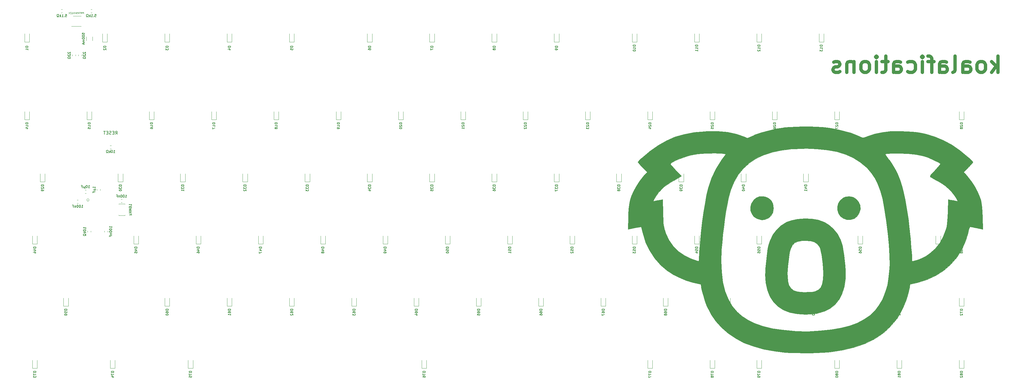
<source format=gbr>
G04 #@! TF.GenerationSoftware,KiCad,Pcbnew,(5.1.4)-1*
G04 #@! TF.CreationDate,2021-01-05T22:26:20-08:00*
G04 #@! TF.ProjectId,Seck_C_75,5365636b-5f43-45f3-9735-2e6b69636164,rev?*
G04 #@! TF.SameCoordinates,Original*
G04 #@! TF.FileFunction,Legend,Bot*
G04 #@! TF.FilePolarity,Positive*
%FSLAX46Y46*%
G04 Gerber Fmt 4.6, Leading zero omitted, Abs format (unit mm)*
G04 Created by KiCad (PCBNEW (5.1.4)-1) date 2021-01-05 22:26:20*
%MOMM*%
%LPD*%
G04 APERTURE LIST*
%ADD10C,1.000000*%
%ADD11C,0.010000*%
%ADD12C,0.120000*%
%ADD13C,0.150000*%
%ADD14C,0.125000*%
G04 APERTURE END LIST*
D10*
X315144047Y-33236904D02*
X315144047Y-28236904D01*
X314667857Y-31332142D02*
X313239285Y-33236904D01*
X313239285Y-29903571D02*
X315144047Y-31808333D01*
X310382142Y-33236904D02*
X310858333Y-32998809D01*
X311096428Y-32760714D01*
X311334523Y-32284523D01*
X311334523Y-30855952D01*
X311096428Y-30379761D01*
X310858333Y-30141666D01*
X310382142Y-29903571D01*
X309667857Y-29903571D01*
X309191666Y-30141666D01*
X308953571Y-30379761D01*
X308715476Y-30855952D01*
X308715476Y-32284523D01*
X308953571Y-32760714D01*
X309191666Y-32998809D01*
X309667857Y-33236904D01*
X310382142Y-33236904D01*
X304429761Y-33236904D02*
X304429761Y-30617857D01*
X304667857Y-30141666D01*
X305144047Y-29903571D01*
X306096428Y-29903571D01*
X306572619Y-30141666D01*
X304429761Y-32998809D02*
X304905952Y-33236904D01*
X306096428Y-33236904D01*
X306572619Y-32998809D01*
X306810714Y-32522619D01*
X306810714Y-32046428D01*
X306572619Y-31570238D01*
X306096428Y-31332142D01*
X304905952Y-31332142D01*
X304429761Y-31094047D01*
X301334523Y-33236904D02*
X301810714Y-32998809D01*
X302048809Y-32522619D01*
X302048809Y-28236904D01*
X297286904Y-33236904D02*
X297286904Y-30617857D01*
X297525000Y-30141666D01*
X298001190Y-29903571D01*
X298953571Y-29903571D01*
X299429761Y-30141666D01*
X297286904Y-32998809D02*
X297763095Y-33236904D01*
X298953571Y-33236904D01*
X299429761Y-32998809D01*
X299667857Y-32522619D01*
X299667857Y-32046428D01*
X299429761Y-31570238D01*
X298953571Y-31332142D01*
X297763095Y-31332142D01*
X297286904Y-31094047D01*
X295620238Y-29903571D02*
X293715476Y-29903571D01*
X294905952Y-33236904D02*
X294905952Y-28951190D01*
X294667857Y-28475000D01*
X294191666Y-28236904D01*
X293715476Y-28236904D01*
X292048809Y-33236904D02*
X292048809Y-29903571D01*
X292048809Y-28236904D02*
X292286904Y-28475000D01*
X292048809Y-28713095D01*
X291810714Y-28475000D01*
X292048809Y-28236904D01*
X292048809Y-28713095D01*
X287525000Y-32998809D02*
X288001190Y-33236904D01*
X288953571Y-33236904D01*
X289429761Y-32998809D01*
X289667857Y-32760714D01*
X289905952Y-32284523D01*
X289905952Y-30855952D01*
X289667857Y-30379761D01*
X289429761Y-30141666D01*
X288953571Y-29903571D01*
X288001190Y-29903571D01*
X287525000Y-30141666D01*
X283239285Y-33236904D02*
X283239285Y-30617857D01*
X283477380Y-30141666D01*
X283953571Y-29903571D01*
X284905952Y-29903571D01*
X285382142Y-30141666D01*
X283239285Y-32998809D02*
X283715476Y-33236904D01*
X284905952Y-33236904D01*
X285382142Y-32998809D01*
X285620238Y-32522619D01*
X285620238Y-32046428D01*
X285382142Y-31570238D01*
X284905952Y-31332142D01*
X283715476Y-31332142D01*
X283239285Y-31094047D01*
X281572619Y-29903571D02*
X279667857Y-29903571D01*
X280858333Y-28236904D02*
X280858333Y-32522619D01*
X280620238Y-32998809D01*
X280144047Y-33236904D01*
X279667857Y-33236904D01*
X278001190Y-33236904D02*
X278001190Y-29903571D01*
X278001190Y-28236904D02*
X278239285Y-28475000D01*
X278001190Y-28713095D01*
X277763095Y-28475000D01*
X278001190Y-28236904D01*
X278001190Y-28713095D01*
X274905952Y-33236904D02*
X275382142Y-32998809D01*
X275620238Y-32760714D01*
X275858333Y-32284523D01*
X275858333Y-30855952D01*
X275620238Y-30379761D01*
X275382142Y-30141666D01*
X274905952Y-29903571D01*
X274191666Y-29903571D01*
X273715476Y-30141666D01*
X273477380Y-30379761D01*
X273239285Y-30855952D01*
X273239285Y-32284523D01*
X273477380Y-32760714D01*
X273715476Y-32998809D01*
X274191666Y-33236904D01*
X274905952Y-33236904D01*
X271096428Y-29903571D02*
X271096428Y-33236904D01*
X271096428Y-30379761D02*
X270858333Y-30141666D01*
X270382142Y-29903571D01*
X269667857Y-29903571D01*
X269191666Y-30141666D01*
X268953571Y-30617857D01*
X268953571Y-33236904D01*
X266810714Y-32998809D02*
X266334523Y-33236904D01*
X265382142Y-33236904D01*
X264905952Y-32998809D01*
X264667857Y-32522619D01*
X264667857Y-32284523D01*
X264905952Y-31808333D01*
X265382142Y-31570238D01*
X266096428Y-31570238D01*
X266572619Y-31332142D01*
X266810714Y-30855952D01*
X266810714Y-30617857D01*
X266572619Y-30141666D01*
X266096428Y-29903571D01*
X265382142Y-29903571D01*
X264905952Y-30141666D01*
D11*
G36*
X242202498Y-71290677D02*
G01*
X241257360Y-71643287D01*
X240419397Y-72361345D01*
X240382933Y-72402470D01*
X239725560Y-73424920D01*
X239437351Y-74505408D01*
X239487847Y-75575127D01*
X239846593Y-76565266D01*
X240483130Y-77407017D01*
X241367002Y-78031573D01*
X242467752Y-78370124D01*
X243042448Y-78410875D01*
X244014158Y-78306361D01*
X244794711Y-77958130D01*
X244836578Y-77930379D01*
X245765168Y-77112528D01*
X246312791Y-76142003D01*
X246511418Y-74959372D01*
X246513333Y-74813333D01*
X246332218Y-73568114D01*
X245812583Y-72549507D01*
X244989992Y-71797492D01*
X243900009Y-71352047D01*
X243356552Y-71264582D01*
X242202498Y-71290677D01*
X242202498Y-71290677D01*
G37*
X242202498Y-71290677D02*
X241257360Y-71643287D01*
X240419397Y-72361345D01*
X240382933Y-72402470D01*
X239725560Y-73424920D01*
X239437351Y-74505408D01*
X239487847Y-75575127D01*
X239846593Y-76565266D01*
X240483130Y-77407017D01*
X241367002Y-78031573D01*
X242467752Y-78370124D01*
X243042448Y-78410875D01*
X244014158Y-78306361D01*
X244794711Y-77958130D01*
X244836578Y-77930379D01*
X245765168Y-77112528D01*
X246312791Y-76142003D01*
X246511418Y-74959372D01*
X246513333Y-74813333D01*
X246332218Y-73568114D01*
X245812583Y-72549507D01*
X244989992Y-71797492D01*
X243900009Y-71352047D01*
X243356552Y-71264582D01*
X242202498Y-71290677D01*
G36*
X268578199Y-71366636D02*
G01*
X267790147Y-71699046D01*
X266903893Y-72416361D01*
X266321087Y-73335672D01*
X266039429Y-74372972D01*
X266056614Y-75444251D01*
X266370340Y-76465503D01*
X266978305Y-77352717D01*
X267878206Y-78021887D01*
X267964624Y-78064379D01*
X268940812Y-78351400D01*
X269988319Y-78377347D01*
X270931447Y-78145105D01*
X271191274Y-78011416D01*
X272130189Y-77225655D01*
X272767766Y-76239705D01*
X273065457Y-75140801D01*
X272984716Y-74016177D01*
X272974258Y-73976290D01*
X272484099Y-72867378D01*
X271724854Y-72019205D01*
X270771083Y-71464523D01*
X269697346Y-71236082D01*
X268578199Y-71366636D01*
X268578199Y-71366636D01*
G37*
X268578199Y-71366636D02*
X267790147Y-71699046D01*
X266903893Y-72416361D01*
X266321087Y-73335672D01*
X266039429Y-74372972D01*
X266056614Y-75444251D01*
X266370340Y-76465503D01*
X266978305Y-77352717D01*
X267878206Y-78021887D01*
X267964624Y-78064379D01*
X268940812Y-78351400D01*
X269988319Y-78377347D01*
X270931447Y-78145105D01*
X271191274Y-78011416D01*
X272130189Y-77225655D01*
X272767766Y-76239705D01*
X273065457Y-75140801D01*
X272984716Y-74016177D01*
X272974258Y-73976290D01*
X272484099Y-72867378D01*
X271724854Y-72019205D01*
X270771083Y-71464523D01*
X269697346Y-71236082D01*
X268578199Y-71366636D01*
G36*
X253878800Y-78163816D02*
G01*
X251862771Y-78611370D01*
X250438284Y-79157357D01*
X248888385Y-80112537D01*
X247500235Y-81403706D01*
X246331275Y-82956573D01*
X245438946Y-84696844D01*
X244941014Y-86267310D01*
X244727982Y-87373233D01*
X244517779Y-88773142D01*
X244324395Y-90337838D01*
X244161820Y-91938123D01*
X244044044Y-93444795D01*
X243985057Y-94728657D01*
X243980974Y-95133333D01*
X244146679Y-97684094D01*
X244620395Y-99944709D01*
X245399052Y-101912154D01*
X246479581Y-103583407D01*
X247858912Y-104955445D01*
X249533975Y-106025245D01*
X251501701Y-106789784D01*
X253759020Y-107246039D01*
X256302862Y-107390988D01*
X256427370Y-107390110D01*
X257534250Y-107348268D01*
X258684631Y-107254397D01*
X259676919Y-107126275D01*
X259924541Y-107081662D01*
X262008353Y-106479784D01*
X263813567Y-105562064D01*
X265334729Y-104336083D01*
X266566387Y-102809422D01*
X267503086Y-100989661D01*
X268139374Y-98884383D01*
X268469798Y-96501168D01*
X268519025Y-95133333D01*
X268514030Y-94956119D01*
X261753333Y-94956119D01*
X261665392Y-96683455D01*
X261391898Y-98052811D01*
X260918344Y-99093447D01*
X260230222Y-99834622D01*
X259313026Y-100305595D01*
X259064225Y-100379816D01*
X258269019Y-100513156D01*
X257206067Y-100588873D01*
X256027079Y-100606521D01*
X254883762Y-100565658D01*
X253927825Y-100465837D01*
X253576276Y-100395896D01*
X252570213Y-100005879D01*
X251804435Y-99382202D01*
X251260275Y-98488979D01*
X250919066Y-97290324D01*
X250762142Y-95750352D01*
X250746666Y-94956119D01*
X250782376Y-93834058D01*
X250880160Y-92521595D01*
X251026000Y-91130701D01*
X251205882Y-89773350D01*
X251405786Y-88561513D01*
X251611697Y-87607162D01*
X251708326Y-87274091D01*
X252205428Y-86258547D01*
X252948472Y-85520290D01*
X253971364Y-85040581D01*
X255308014Y-84800678D01*
X256250000Y-84764027D01*
X257786130Y-84872197D01*
X258988646Y-85209200D01*
X259891457Y-85793776D01*
X260528470Y-86644665D01*
X260791674Y-87274091D01*
X260995498Y-88065493D01*
X261200027Y-89168001D01*
X261391246Y-90469642D01*
X261555136Y-91858445D01*
X261677682Y-93222437D01*
X261744865Y-94449646D01*
X261753333Y-94956119D01*
X268514030Y-94956119D01*
X268486198Y-93968734D01*
X268389236Y-92531953D01*
X268242128Y-90952189D01*
X268058866Y-89358640D01*
X267853438Y-87880508D01*
X267639836Y-86646990D01*
X267558985Y-86267310D01*
X266946839Y-84426186D01*
X266009256Y-82709343D01*
X264803676Y-81191072D01*
X263387542Y-79945667D01*
X262061715Y-79157357D01*
X260218708Y-78491408D01*
X258167040Y-78103835D01*
X256016980Y-77994637D01*
X253878800Y-78163816D01*
X253878800Y-78163816D01*
G37*
X253878800Y-78163816D02*
X251862771Y-78611370D01*
X250438284Y-79157357D01*
X248888385Y-80112537D01*
X247500235Y-81403706D01*
X246331275Y-82956573D01*
X245438946Y-84696844D01*
X244941014Y-86267310D01*
X244727982Y-87373233D01*
X244517779Y-88773142D01*
X244324395Y-90337838D01*
X244161820Y-91938123D01*
X244044044Y-93444795D01*
X243985057Y-94728657D01*
X243980974Y-95133333D01*
X244146679Y-97684094D01*
X244620395Y-99944709D01*
X245399052Y-101912154D01*
X246479581Y-103583407D01*
X247858912Y-104955445D01*
X249533975Y-106025245D01*
X251501701Y-106789784D01*
X253759020Y-107246039D01*
X256302862Y-107390988D01*
X256427370Y-107390110D01*
X257534250Y-107348268D01*
X258684631Y-107254397D01*
X259676919Y-107126275D01*
X259924541Y-107081662D01*
X262008353Y-106479784D01*
X263813567Y-105562064D01*
X265334729Y-104336083D01*
X266566387Y-102809422D01*
X267503086Y-100989661D01*
X268139374Y-98884383D01*
X268469798Y-96501168D01*
X268519025Y-95133333D01*
X268514030Y-94956119D01*
X261753333Y-94956119D01*
X261665392Y-96683455D01*
X261391898Y-98052811D01*
X260918344Y-99093447D01*
X260230222Y-99834622D01*
X259313026Y-100305595D01*
X259064225Y-100379816D01*
X258269019Y-100513156D01*
X257206067Y-100588873D01*
X256027079Y-100606521D01*
X254883762Y-100565658D01*
X253927825Y-100465837D01*
X253576276Y-100395896D01*
X252570213Y-100005879D01*
X251804435Y-99382202D01*
X251260275Y-98488979D01*
X250919066Y-97290324D01*
X250762142Y-95750352D01*
X250746666Y-94956119D01*
X250782376Y-93834058D01*
X250880160Y-92521595D01*
X251026000Y-91130701D01*
X251205882Y-89773350D01*
X251405786Y-88561513D01*
X251611697Y-87607162D01*
X251708326Y-87274091D01*
X252205428Y-86258547D01*
X252948472Y-85520290D01*
X253971364Y-85040581D01*
X255308014Y-84800678D01*
X256250000Y-84764027D01*
X257786130Y-84872197D01*
X258988646Y-85209200D01*
X259891457Y-85793776D01*
X260528470Y-86644665D01*
X260791674Y-87274091D01*
X260995498Y-88065493D01*
X261200027Y-89168001D01*
X261391246Y-90469642D01*
X261555136Y-91858445D01*
X261677682Y-93222437D01*
X261744865Y-94449646D01*
X261753333Y-94956119D01*
X268514030Y-94956119D01*
X268486198Y-93968734D01*
X268389236Y-92531953D01*
X268242128Y-90952189D01*
X268058866Y-89358640D01*
X267853438Y-87880508D01*
X267639836Y-86646990D01*
X267558985Y-86267310D01*
X266946839Y-84426186D01*
X266009256Y-82709343D01*
X264803676Y-81191072D01*
X263387542Y-79945667D01*
X262061715Y-79157357D01*
X260218708Y-78491408D01*
X258167040Y-78103835D01*
X256016980Y-77994637D01*
X253878800Y-78163816D01*
G36*
X253405824Y-49886919D02*
G01*
X251524267Y-49977883D01*
X249919915Y-50117138D01*
X249598672Y-50156480D01*
X247272460Y-50538495D01*
X244930393Y-51064888D01*
X242710373Y-51699805D01*
X240750302Y-52407393D01*
X240441177Y-52537363D01*
X238542833Y-53355785D01*
X237606833Y-52955929D01*
X235170989Y-52119829D01*
X232435479Y-51560032D01*
X229424098Y-51279740D01*
X226160639Y-51282151D01*
X225437701Y-51319342D01*
X222178766Y-51634273D01*
X219199478Y-52187767D01*
X216432040Y-53008191D01*
X213808656Y-54123913D01*
X211261530Y-55563301D01*
X208722867Y-57354723D01*
X206392903Y-59288230D01*
X205774140Y-59859043D01*
X205301480Y-60341132D01*
X205049254Y-60656773D01*
X205026666Y-60716859D01*
X205167273Y-60954909D01*
X205544598Y-61410346D01*
X206091903Y-62005388D01*
X206432311Y-62355041D01*
X207837956Y-63771540D01*
X206781656Y-65006187D01*
X205582375Y-66504238D01*
X204621864Y-67942906D01*
X203785866Y-69496437D01*
X203646497Y-69787491D01*
X203158991Y-70876895D01*
X202791343Y-71860772D01*
X202524839Y-72834715D01*
X202340765Y-73894319D01*
X202220408Y-75135181D01*
X202145051Y-76652894D01*
X202117007Y-77600313D01*
X202022838Y-81339794D01*
X203967544Y-80918244D01*
X204819881Y-80745086D01*
X205504153Y-80627904D01*
X205924412Y-80582010D01*
X206008167Y-80592612D01*
X206097909Y-80829050D01*
X206253867Y-81375979D01*
X206447595Y-82131278D01*
X206520390Y-82431532D01*
X207400445Y-85269329D01*
X208625819Y-87886023D01*
X210181423Y-90258667D01*
X212052168Y-92364314D01*
X214222967Y-94180018D01*
X214265595Y-94210544D01*
X215872911Y-95216081D01*
X217751457Y-96158179D01*
X219749154Y-96969060D01*
X221713921Y-97580950D01*
X221974586Y-97646124D01*
X224255397Y-98197562D01*
X224390969Y-99101623D01*
X224631844Y-100283096D01*
X225017364Y-101691302D01*
X225499843Y-103175856D01*
X226031590Y-104586374D01*
X226395968Y-105424319D01*
X227553368Y-107602569D01*
X228901281Y-109533729D01*
X230550602Y-111375850D01*
X230622247Y-111447753D01*
X232660271Y-113248744D01*
X234930658Y-114797755D01*
X237459662Y-116105623D01*
X240273539Y-117183190D01*
X243398547Y-118041296D01*
X246860939Y-118690780D01*
X248788778Y-118947950D01*
X250127663Y-119066617D01*
X251785407Y-119154209D01*
X253665801Y-119210764D01*
X255672635Y-119236320D01*
X257709700Y-119230916D01*
X259680785Y-119194589D01*
X261489681Y-119127376D01*
X263040179Y-119029317D01*
X263923254Y-118941980D01*
X267748357Y-118334032D01*
X271236819Y-117475959D01*
X274395095Y-116365615D01*
X277229642Y-115000858D01*
X278925884Y-113959949D01*
X280089963Y-113073770D01*
X281351267Y-111944843D01*
X282589429Y-110693552D01*
X283684081Y-109440279D01*
X284391577Y-108493486D01*
X285383570Y-106827337D01*
X286306957Y-104913128D01*
X287106419Y-102890622D01*
X287726636Y-100899580D01*
X288109031Y-99101623D01*
X288244603Y-98197562D01*
X290525414Y-97646124D01*
X293458447Y-96737958D01*
X296140829Y-95500299D01*
X298556439Y-93949017D01*
X300599548Y-92177673D01*
X282007492Y-92177673D01*
X281898349Y-94262357D01*
X281657228Y-96463212D01*
X281329188Y-98355793D01*
X280886491Y-100051003D01*
X280301397Y-101659743D01*
X279734720Y-102912754D01*
X278692365Y-104736421D01*
X277432731Y-106348226D01*
X275935419Y-107756877D01*
X274180035Y-108971083D01*
X272146183Y-109999552D01*
X269813468Y-110850991D01*
X267161492Y-111534110D01*
X264169861Y-112057617D01*
X260818179Y-112430220D01*
X257086049Y-112660626D01*
X256885000Y-112668731D01*
X256423841Y-112666035D01*
X255630870Y-112639679D01*
X254596713Y-112593544D01*
X253411996Y-112531512D01*
X252651666Y-112487379D01*
X249187930Y-112183984D01*
X246089677Y-111708699D01*
X243331854Y-111053020D01*
X240889412Y-110208438D01*
X238737297Y-109166448D01*
X236850459Y-107918544D01*
X235363010Y-106616920D01*
X233866791Y-104832470D01*
X232643737Y-102728245D01*
X231693651Y-100303466D01*
X231016340Y-97557358D01*
X230611607Y-94489144D01*
X230479257Y-91098047D01*
X230600186Y-87657868D01*
X230777430Y-85402680D01*
X231011976Y-83044869D01*
X231293803Y-80650206D01*
X231612888Y-78284459D01*
X231959209Y-76013398D01*
X232322745Y-73902792D01*
X232693474Y-72018410D01*
X233061373Y-70426021D01*
X233412165Y-69204166D01*
X234423568Y-66727216D01*
X235715197Y-64552054D01*
X237305318Y-62647916D01*
X237305833Y-62647391D01*
X239130411Y-61026956D01*
X241176300Y-59669465D01*
X243466415Y-58567562D01*
X244238681Y-58309761D01*
X231901808Y-58309761D01*
X230682169Y-59954687D01*
X228928155Y-62675364D01*
X227523039Y-65635612D01*
X226466740Y-68835620D01*
X226014987Y-70795940D01*
X225531544Y-73461568D01*
X225076670Y-76367925D01*
X224662739Y-79408689D01*
X224302124Y-82477534D01*
X224007199Y-85468136D01*
X223790338Y-88274171D01*
X223663914Y-90789315D01*
X223655226Y-91073013D01*
X223535888Y-91084046D01*
X223152706Y-90982117D01*
X222462591Y-90753930D01*
X221422456Y-90386188D01*
X221379705Y-90370814D01*
X219264011Y-89392938D01*
X217398546Y-88080546D01*
X215802472Y-86453832D01*
X214494953Y-84532992D01*
X213495152Y-82338220D01*
X213345578Y-81904166D01*
X213145025Y-81258027D01*
X212995693Y-80660033D01*
X212887840Y-80025066D01*
X212811723Y-79268006D01*
X212757599Y-78303736D01*
X212715725Y-77047137D01*
X212694817Y-76218750D01*
X212600138Y-72226668D01*
X211829652Y-72350205D01*
X211072352Y-72480084D01*
X210349927Y-72615927D01*
X209640687Y-72758112D01*
X209962175Y-72136422D01*
X210567146Y-71153076D01*
X211381911Y-70077346D01*
X212284249Y-69055930D01*
X213151938Y-68235529D01*
X213331231Y-68092619D01*
X214014597Y-67611339D01*
X214924486Y-67024970D01*
X215913485Y-66426864D01*
X216419480Y-66136942D01*
X218393127Y-65031965D01*
X216684063Y-63281012D01*
X216008579Y-62571934D01*
X215459112Y-61962710D01*
X215095074Y-61521440D01*
X214975000Y-61322019D01*
X215168636Y-61043495D01*
X215703928Y-60686809D01*
X216512450Y-60278891D01*
X217525776Y-59846670D01*
X218675479Y-59417075D01*
X219893133Y-59017035D01*
X221110313Y-58673481D01*
X222258592Y-58413341D01*
X222460521Y-58376064D01*
X223354644Y-58254157D01*
X224488210Y-58153339D01*
X225770105Y-58075958D01*
X227109214Y-58024360D01*
X228414423Y-58000891D01*
X229594620Y-58007900D01*
X230558689Y-58047731D01*
X231215518Y-58122733D01*
X231322987Y-58147797D01*
X231901808Y-58309761D01*
X244238681Y-58309761D01*
X246023672Y-57713888D01*
X248870986Y-57101085D01*
X252031272Y-56721795D01*
X255527445Y-56568661D01*
X256250000Y-56564523D01*
X259814314Y-56674431D01*
X263038274Y-57009060D01*
X265944795Y-57575768D01*
X268556793Y-58381914D01*
X270897183Y-59434854D01*
X272988879Y-60741948D01*
X274854797Y-62310552D01*
X275194166Y-62647391D01*
X276468680Y-64110071D01*
X277543037Y-65717251D01*
X278441488Y-67524692D01*
X279188281Y-69588154D01*
X279807665Y-71963400D01*
X280254601Y-74284166D01*
X280932198Y-78618312D01*
X281446550Y-82577941D01*
X281797392Y-86159847D01*
X281984460Y-89360826D01*
X282007492Y-92177673D01*
X300599548Y-92177673D01*
X300689159Y-92099982D01*
X302522867Y-89969064D01*
X304041444Y-87572133D01*
X305228770Y-84925058D01*
X305979610Y-82431532D01*
X306179925Y-81626642D01*
X306352611Y-80993714D01*
X306469222Y-80634871D01*
X306491832Y-80592612D01*
X306726717Y-80592947D01*
X307278194Y-80672960D01*
X308050315Y-80817339D01*
X308532456Y-80918244D01*
X310477161Y-81339794D01*
X310382992Y-77600313D01*
X310323873Y-75897486D01*
X310229653Y-74522081D01*
X310081616Y-73378501D01*
X309945777Y-72758112D01*
X302859313Y-72758112D01*
X302150073Y-72615927D01*
X301417737Y-72478299D01*
X300671168Y-72350336D01*
X299901502Y-72226930D01*
X299798803Y-76007215D01*
X299748120Y-77519951D01*
X299682694Y-78698178D01*
X299593129Y-79630687D01*
X299470029Y-80406268D01*
X299303996Y-81113713D01*
X299231104Y-81371542D01*
X298420818Y-83567392D01*
X297348647Y-85476856D01*
X295970164Y-87176755D01*
X295734465Y-87418174D01*
X294430758Y-88611416D01*
X293156543Y-89515218D01*
X291763966Y-90224535D01*
X290755872Y-90615504D01*
X289833139Y-90924600D01*
X289244045Y-91076048D01*
X288933401Y-91079598D01*
X288845916Y-90952916D01*
X288825345Y-90354127D01*
X288772045Y-89422571D01*
X288692925Y-88246955D01*
X288594892Y-86915988D01*
X288484855Y-85518375D01*
X288369723Y-84142825D01*
X288256404Y-82878044D01*
X288151806Y-81812739D01*
X288091754Y-81269166D01*
X287672507Y-77939251D01*
X287242524Y-74990844D01*
X286789493Y-72382121D01*
X286301106Y-70071260D01*
X285765050Y-68016438D01*
X285169015Y-66175832D01*
X284500692Y-64507619D01*
X283747768Y-62969976D01*
X282897934Y-61521081D01*
X281938880Y-60119111D01*
X281817830Y-59954687D01*
X280598192Y-58309761D01*
X281177012Y-58147797D01*
X281589949Y-58091907D01*
X282334120Y-58047737D01*
X283317507Y-58018668D01*
X284448094Y-58008080D01*
X284930833Y-58009852D01*
X287627918Y-58112782D01*
X290003861Y-58384966D01*
X292129954Y-58836885D01*
X293531978Y-59274412D01*
X294492703Y-59644951D01*
X295442067Y-60058889D01*
X296299460Y-60475312D01*
X296984273Y-60853307D01*
X297415896Y-61151958D01*
X297525000Y-61301122D01*
X297386398Y-61519390D01*
X297009776Y-61971821D01*
X296453907Y-62590709D01*
X295829279Y-63254566D01*
X295068239Y-64070025D01*
X294592093Y-64640674D01*
X294372151Y-65006091D01*
X294379722Y-65205851D01*
X294400529Y-65225391D01*
X294699105Y-65412845D01*
X295270323Y-65740095D01*
X296012406Y-66149405D01*
X296360833Y-66337409D01*
X297298589Y-66870326D01*
X298251478Y-67461389D01*
X299041042Y-67998950D01*
X299168768Y-68094111D01*
X300011087Y-68847165D01*
X300915878Y-69834776D01*
X301761091Y-70910502D01*
X302424672Y-71927899D01*
X302537824Y-72136422D01*
X302859313Y-72758112D01*
X309945777Y-72758112D01*
X309861049Y-72371152D01*
X309549237Y-71404440D01*
X309127467Y-70382769D01*
X308853502Y-69787491D01*
X308027393Y-68196700D01*
X307096392Y-66750699D01*
X305946243Y-65275239D01*
X305718344Y-65006187D01*
X304662043Y-63771540D01*
X306067688Y-62355041D01*
X306678675Y-61717161D01*
X307155487Y-61177160D01*
X307431383Y-60812818D01*
X307473333Y-60716859D01*
X307324234Y-60484743D01*
X306926488Y-60056678D01*
X306354427Y-59510389D01*
X306107097Y-59288230D01*
X303541384Y-57178630D01*
X301024427Y-55441873D01*
X298490157Y-54043336D01*
X295872508Y-52948400D01*
X293105412Y-52122440D01*
X291924468Y-51856004D01*
X290615544Y-51641785D01*
X289014433Y-51466171D01*
X287251088Y-51336006D01*
X285455463Y-51258130D01*
X283757512Y-51239385D01*
X282287187Y-51286613D01*
X281811798Y-51323601D01*
X279736235Y-51610859D01*
X277659030Y-52062214D01*
X275755104Y-52636902D01*
X275081759Y-52891967D01*
X274397808Y-53154084D01*
X273956203Y-53255690D01*
X273613059Y-53209588D01*
X273270834Y-53053093D01*
X271883766Y-52424368D01*
X270174364Y-51810406D01*
X268243416Y-51239362D01*
X266191711Y-50739390D01*
X264120035Y-50338643D01*
X262901327Y-50156480D01*
X261378183Y-50005984D01*
X259550765Y-49903780D01*
X257535368Y-49849868D01*
X255448289Y-49844248D01*
X253405824Y-49886919D01*
X253405824Y-49886919D01*
G37*
X253405824Y-49886919D02*
X251524267Y-49977883D01*
X249919915Y-50117138D01*
X249598672Y-50156480D01*
X247272460Y-50538495D01*
X244930393Y-51064888D01*
X242710373Y-51699805D01*
X240750302Y-52407393D01*
X240441177Y-52537363D01*
X238542833Y-53355785D01*
X237606833Y-52955929D01*
X235170989Y-52119829D01*
X232435479Y-51560032D01*
X229424098Y-51279740D01*
X226160639Y-51282151D01*
X225437701Y-51319342D01*
X222178766Y-51634273D01*
X219199478Y-52187767D01*
X216432040Y-53008191D01*
X213808656Y-54123913D01*
X211261530Y-55563301D01*
X208722867Y-57354723D01*
X206392903Y-59288230D01*
X205774140Y-59859043D01*
X205301480Y-60341132D01*
X205049254Y-60656773D01*
X205026666Y-60716859D01*
X205167273Y-60954909D01*
X205544598Y-61410346D01*
X206091903Y-62005388D01*
X206432311Y-62355041D01*
X207837956Y-63771540D01*
X206781656Y-65006187D01*
X205582375Y-66504238D01*
X204621864Y-67942906D01*
X203785866Y-69496437D01*
X203646497Y-69787491D01*
X203158991Y-70876895D01*
X202791343Y-71860772D01*
X202524839Y-72834715D01*
X202340765Y-73894319D01*
X202220408Y-75135181D01*
X202145051Y-76652894D01*
X202117007Y-77600313D01*
X202022838Y-81339794D01*
X203967544Y-80918244D01*
X204819881Y-80745086D01*
X205504153Y-80627904D01*
X205924412Y-80582010D01*
X206008167Y-80592612D01*
X206097909Y-80829050D01*
X206253867Y-81375979D01*
X206447595Y-82131278D01*
X206520390Y-82431532D01*
X207400445Y-85269329D01*
X208625819Y-87886023D01*
X210181423Y-90258667D01*
X212052168Y-92364314D01*
X214222967Y-94180018D01*
X214265595Y-94210544D01*
X215872911Y-95216081D01*
X217751457Y-96158179D01*
X219749154Y-96969060D01*
X221713921Y-97580950D01*
X221974586Y-97646124D01*
X224255397Y-98197562D01*
X224390969Y-99101623D01*
X224631844Y-100283096D01*
X225017364Y-101691302D01*
X225499843Y-103175856D01*
X226031590Y-104586374D01*
X226395968Y-105424319D01*
X227553368Y-107602569D01*
X228901281Y-109533729D01*
X230550602Y-111375850D01*
X230622247Y-111447753D01*
X232660271Y-113248744D01*
X234930658Y-114797755D01*
X237459662Y-116105623D01*
X240273539Y-117183190D01*
X243398547Y-118041296D01*
X246860939Y-118690780D01*
X248788778Y-118947950D01*
X250127663Y-119066617D01*
X251785407Y-119154209D01*
X253665801Y-119210764D01*
X255672635Y-119236320D01*
X257709700Y-119230916D01*
X259680785Y-119194589D01*
X261489681Y-119127376D01*
X263040179Y-119029317D01*
X263923254Y-118941980D01*
X267748357Y-118334032D01*
X271236819Y-117475959D01*
X274395095Y-116365615D01*
X277229642Y-115000858D01*
X278925884Y-113959949D01*
X280089963Y-113073770D01*
X281351267Y-111944843D01*
X282589429Y-110693552D01*
X283684081Y-109440279D01*
X284391577Y-108493486D01*
X285383570Y-106827337D01*
X286306957Y-104913128D01*
X287106419Y-102890622D01*
X287726636Y-100899580D01*
X288109031Y-99101623D01*
X288244603Y-98197562D01*
X290525414Y-97646124D01*
X293458447Y-96737958D01*
X296140829Y-95500299D01*
X298556439Y-93949017D01*
X300599548Y-92177673D01*
X282007492Y-92177673D01*
X281898349Y-94262357D01*
X281657228Y-96463212D01*
X281329188Y-98355793D01*
X280886491Y-100051003D01*
X280301397Y-101659743D01*
X279734720Y-102912754D01*
X278692365Y-104736421D01*
X277432731Y-106348226D01*
X275935419Y-107756877D01*
X274180035Y-108971083D01*
X272146183Y-109999552D01*
X269813468Y-110850991D01*
X267161492Y-111534110D01*
X264169861Y-112057617D01*
X260818179Y-112430220D01*
X257086049Y-112660626D01*
X256885000Y-112668731D01*
X256423841Y-112666035D01*
X255630870Y-112639679D01*
X254596713Y-112593544D01*
X253411996Y-112531512D01*
X252651666Y-112487379D01*
X249187930Y-112183984D01*
X246089677Y-111708699D01*
X243331854Y-111053020D01*
X240889412Y-110208438D01*
X238737297Y-109166448D01*
X236850459Y-107918544D01*
X235363010Y-106616920D01*
X233866791Y-104832470D01*
X232643737Y-102728245D01*
X231693651Y-100303466D01*
X231016340Y-97557358D01*
X230611607Y-94489144D01*
X230479257Y-91098047D01*
X230600186Y-87657868D01*
X230777430Y-85402680D01*
X231011976Y-83044869D01*
X231293803Y-80650206D01*
X231612888Y-78284459D01*
X231959209Y-76013398D01*
X232322745Y-73902792D01*
X232693474Y-72018410D01*
X233061373Y-70426021D01*
X233412165Y-69204166D01*
X234423568Y-66727216D01*
X235715197Y-64552054D01*
X237305318Y-62647916D01*
X237305833Y-62647391D01*
X239130411Y-61026956D01*
X241176300Y-59669465D01*
X243466415Y-58567562D01*
X244238681Y-58309761D01*
X231901808Y-58309761D01*
X230682169Y-59954687D01*
X228928155Y-62675364D01*
X227523039Y-65635612D01*
X226466740Y-68835620D01*
X226014987Y-70795940D01*
X225531544Y-73461568D01*
X225076670Y-76367925D01*
X224662739Y-79408689D01*
X224302124Y-82477534D01*
X224007199Y-85468136D01*
X223790338Y-88274171D01*
X223663914Y-90789315D01*
X223655226Y-91073013D01*
X223535888Y-91084046D01*
X223152706Y-90982117D01*
X222462591Y-90753930D01*
X221422456Y-90386188D01*
X221379705Y-90370814D01*
X219264011Y-89392938D01*
X217398546Y-88080546D01*
X215802472Y-86453832D01*
X214494953Y-84532992D01*
X213495152Y-82338220D01*
X213345578Y-81904166D01*
X213145025Y-81258027D01*
X212995693Y-80660033D01*
X212887840Y-80025066D01*
X212811723Y-79268006D01*
X212757599Y-78303736D01*
X212715725Y-77047137D01*
X212694817Y-76218750D01*
X212600138Y-72226668D01*
X211829652Y-72350205D01*
X211072352Y-72480084D01*
X210349927Y-72615927D01*
X209640687Y-72758112D01*
X209962175Y-72136422D01*
X210567146Y-71153076D01*
X211381911Y-70077346D01*
X212284249Y-69055930D01*
X213151938Y-68235529D01*
X213331231Y-68092619D01*
X214014597Y-67611339D01*
X214924486Y-67024970D01*
X215913485Y-66426864D01*
X216419480Y-66136942D01*
X218393127Y-65031965D01*
X216684063Y-63281012D01*
X216008579Y-62571934D01*
X215459112Y-61962710D01*
X215095074Y-61521440D01*
X214975000Y-61322019D01*
X215168636Y-61043495D01*
X215703928Y-60686809D01*
X216512450Y-60278891D01*
X217525776Y-59846670D01*
X218675479Y-59417075D01*
X219893133Y-59017035D01*
X221110313Y-58673481D01*
X222258592Y-58413341D01*
X222460521Y-58376064D01*
X223354644Y-58254157D01*
X224488210Y-58153339D01*
X225770105Y-58075958D01*
X227109214Y-58024360D01*
X228414423Y-58000891D01*
X229594620Y-58007900D01*
X230558689Y-58047731D01*
X231215518Y-58122733D01*
X231322987Y-58147797D01*
X231901808Y-58309761D01*
X244238681Y-58309761D01*
X246023672Y-57713888D01*
X248870986Y-57101085D01*
X252031272Y-56721795D01*
X255527445Y-56568661D01*
X256250000Y-56564523D01*
X259814314Y-56674431D01*
X263038274Y-57009060D01*
X265944795Y-57575768D01*
X268556793Y-58381914D01*
X270897183Y-59434854D01*
X272988879Y-60741948D01*
X274854797Y-62310552D01*
X275194166Y-62647391D01*
X276468680Y-64110071D01*
X277543037Y-65717251D01*
X278441488Y-67524692D01*
X279188281Y-69588154D01*
X279807665Y-71963400D01*
X280254601Y-74284166D01*
X280932198Y-78618312D01*
X281446550Y-82577941D01*
X281797392Y-86159847D01*
X281984460Y-89360826D01*
X282007492Y-92177673D01*
X300599548Y-92177673D01*
X300689159Y-92099982D01*
X302522867Y-89969064D01*
X304041444Y-87572133D01*
X305228770Y-84925058D01*
X305979610Y-82431532D01*
X306179925Y-81626642D01*
X306352611Y-80993714D01*
X306469222Y-80634871D01*
X306491832Y-80592612D01*
X306726717Y-80592947D01*
X307278194Y-80672960D01*
X308050315Y-80817339D01*
X308532456Y-80918244D01*
X310477161Y-81339794D01*
X310382992Y-77600313D01*
X310323873Y-75897486D01*
X310229653Y-74522081D01*
X310081616Y-73378501D01*
X309945777Y-72758112D01*
X302859313Y-72758112D01*
X302150073Y-72615927D01*
X301417737Y-72478299D01*
X300671168Y-72350336D01*
X299901502Y-72226930D01*
X299798803Y-76007215D01*
X299748120Y-77519951D01*
X299682694Y-78698178D01*
X299593129Y-79630687D01*
X299470029Y-80406268D01*
X299303996Y-81113713D01*
X299231104Y-81371542D01*
X298420818Y-83567392D01*
X297348647Y-85476856D01*
X295970164Y-87176755D01*
X295734465Y-87418174D01*
X294430758Y-88611416D01*
X293156543Y-89515218D01*
X291763966Y-90224535D01*
X290755872Y-90615504D01*
X289833139Y-90924600D01*
X289244045Y-91076048D01*
X288933401Y-91079598D01*
X288845916Y-90952916D01*
X288825345Y-90354127D01*
X288772045Y-89422571D01*
X288692925Y-88246955D01*
X288594892Y-86915988D01*
X288484855Y-85518375D01*
X288369723Y-84142825D01*
X288256404Y-82878044D01*
X288151806Y-81812739D01*
X288091754Y-81269166D01*
X287672507Y-77939251D01*
X287242524Y-74990844D01*
X286789493Y-72382121D01*
X286301106Y-70071260D01*
X285765050Y-68016438D01*
X285169015Y-66175832D01*
X284500692Y-64507619D01*
X283747768Y-62969976D01*
X282897934Y-61521081D01*
X281938880Y-60119111D01*
X281817830Y-59954687D01*
X280598192Y-58309761D01*
X281177012Y-58147797D01*
X281589949Y-58091907D01*
X282334120Y-58047737D01*
X283317507Y-58018668D01*
X284448094Y-58008080D01*
X284930833Y-58009852D01*
X287627918Y-58112782D01*
X290003861Y-58384966D01*
X292129954Y-58836885D01*
X293531978Y-59274412D01*
X294492703Y-59644951D01*
X295442067Y-60058889D01*
X296299460Y-60475312D01*
X296984273Y-60853307D01*
X297415896Y-61151958D01*
X297525000Y-61301122D01*
X297386398Y-61519390D01*
X297009776Y-61971821D01*
X296453907Y-62590709D01*
X295829279Y-63254566D01*
X295068239Y-64070025D01*
X294592093Y-64640674D01*
X294372151Y-65006091D01*
X294379722Y-65205851D01*
X294400529Y-65225391D01*
X294699105Y-65412845D01*
X295270323Y-65740095D01*
X296012406Y-66149405D01*
X296360833Y-66337409D01*
X297298589Y-66870326D01*
X298251478Y-67461389D01*
X299041042Y-67998950D01*
X299168768Y-68094111D01*
X300011087Y-68847165D01*
X300915878Y-69834776D01*
X301761091Y-70910502D01*
X302424672Y-71927899D01*
X302537824Y-72136422D01*
X302859313Y-72758112D01*
X309945777Y-72758112D01*
X309861049Y-72371152D01*
X309549237Y-71404440D01*
X309127467Y-70382769D01*
X308853502Y-69787491D01*
X308027393Y-68196700D01*
X307096392Y-66750699D01*
X305946243Y-65275239D01*
X305718344Y-65006187D01*
X304662043Y-63771540D01*
X306067688Y-62355041D01*
X306678675Y-61717161D01*
X307155487Y-61177160D01*
X307431383Y-60812818D01*
X307473333Y-60716859D01*
X307324234Y-60484743D01*
X306926488Y-60056678D01*
X306354427Y-59510389D01*
X306107097Y-59288230D01*
X303541384Y-57178630D01*
X301024427Y-55441873D01*
X298490157Y-54043336D01*
X295872508Y-52948400D01*
X293105412Y-52122440D01*
X291924468Y-51856004D01*
X290615544Y-51641785D01*
X289014433Y-51466171D01*
X287251088Y-51336006D01*
X285455463Y-51258130D01*
X283757512Y-51239385D01*
X282287187Y-51286613D01*
X281811798Y-51323601D01*
X279736235Y-51610859D01*
X277659030Y-52062214D01*
X275755104Y-52636902D01*
X275081759Y-52891967D01*
X274397808Y-53154084D01*
X273956203Y-53255690D01*
X273613059Y-53209588D01*
X273270834Y-53053093D01*
X271883766Y-52424368D01*
X270174364Y-51810406D01*
X268243416Y-51239362D01*
X266191711Y-50739390D01*
X264120035Y-50338643D01*
X262901327Y-50156480D01*
X261378183Y-50005984D01*
X259550765Y-49903780D01*
X257535368Y-49849868D01*
X255448289Y-49844248D01*
X253405824Y-49886919D01*
D12*
X304741250Y-121437500D02*
X304741250Y-123897500D01*
X304741250Y-123897500D02*
X303271250Y-123897500D01*
X303271250Y-123897500D02*
X303271250Y-121437500D01*
X285691250Y-121437500D02*
X285691250Y-123897500D01*
X285691250Y-123897500D02*
X284221250Y-123897500D01*
X284221250Y-123897500D02*
X284221250Y-121437500D01*
X266641250Y-121437500D02*
X266641250Y-123897500D01*
X266641250Y-123897500D02*
X265171250Y-123897500D01*
X265171250Y-123897500D02*
X265171250Y-121437500D01*
X242828750Y-121437500D02*
X242828750Y-123897500D01*
X242828750Y-123897500D02*
X241358750Y-123897500D01*
X241358750Y-123897500D02*
X241358750Y-121437500D01*
X228541250Y-121437500D02*
X228541250Y-123897500D01*
X228541250Y-123897500D02*
X227071250Y-123897500D01*
X227071250Y-123897500D02*
X227071250Y-121437500D01*
X209491250Y-121437500D02*
X209491250Y-123897500D01*
X209491250Y-123897500D02*
X208021250Y-123897500D01*
X208021250Y-123897500D02*
X208021250Y-121437500D01*
X140435000Y-121437500D02*
X140435000Y-123897500D01*
X140435000Y-123897500D02*
X138965000Y-123897500D01*
X138965000Y-123897500D02*
X138965000Y-121437500D01*
X68997500Y-121437500D02*
X68997500Y-123897500D01*
X68997500Y-123897500D02*
X67527500Y-123897500D01*
X67527500Y-123897500D02*
X67527500Y-121437500D01*
X45185000Y-121437500D02*
X45185000Y-123897500D01*
X45185000Y-123897500D02*
X43715000Y-123897500D01*
X43715000Y-123897500D02*
X43715000Y-121437500D01*
X21372500Y-121437500D02*
X21372500Y-123897500D01*
X21372500Y-123897500D02*
X19902500Y-123897500D01*
X19902500Y-123897500D02*
X19902500Y-121437500D01*
X304741250Y-102387500D02*
X304741250Y-104847500D01*
X304741250Y-104847500D02*
X303271250Y-104847500D01*
X303271250Y-104847500D02*
X303271250Y-102387500D01*
X285691250Y-102387500D02*
X285691250Y-104847500D01*
X285691250Y-104847500D02*
X284221250Y-104847500D01*
X284221250Y-104847500D02*
X284221250Y-102387500D01*
X259497500Y-102387500D02*
X259497500Y-104847500D01*
X259497500Y-104847500D02*
X258027500Y-104847500D01*
X258027500Y-104847500D02*
X258027500Y-102387500D01*
X233303750Y-102387500D02*
X233303750Y-104847500D01*
X233303750Y-104847500D02*
X231833750Y-104847500D01*
X231833750Y-104847500D02*
X231833750Y-102387500D01*
X214253750Y-102387500D02*
X214253750Y-104847500D01*
X214253750Y-104847500D02*
X212783750Y-104847500D01*
X212783750Y-104847500D02*
X212783750Y-102387500D01*
X195203750Y-102387500D02*
X195203750Y-104847500D01*
X195203750Y-104847500D02*
X193733750Y-104847500D01*
X193733750Y-104847500D02*
X193733750Y-102387500D01*
X176153750Y-102387500D02*
X176153750Y-104847500D01*
X176153750Y-104847500D02*
X174683750Y-104847500D01*
X174683750Y-104847500D02*
X174683750Y-102387500D01*
X157103750Y-102387500D02*
X157103750Y-104847500D01*
X157103750Y-104847500D02*
X155633750Y-104847500D01*
X155633750Y-104847500D02*
X155633750Y-102387500D01*
X138053750Y-102387500D02*
X138053750Y-104847500D01*
X138053750Y-104847500D02*
X136583750Y-104847500D01*
X136583750Y-104847500D02*
X136583750Y-102387500D01*
X119003750Y-102387500D02*
X119003750Y-104847500D01*
X119003750Y-104847500D02*
X117533750Y-104847500D01*
X117533750Y-104847500D02*
X117533750Y-102387500D01*
X99953750Y-102387500D02*
X99953750Y-104847500D01*
X99953750Y-104847500D02*
X98483750Y-104847500D01*
X98483750Y-104847500D02*
X98483750Y-102387500D01*
X80903750Y-102387500D02*
X80903750Y-104847500D01*
X80903750Y-104847500D02*
X79433750Y-104847500D01*
X79433750Y-104847500D02*
X79433750Y-102387500D01*
X61853750Y-102387500D02*
X61853750Y-104847500D01*
X61853750Y-104847500D02*
X60383750Y-104847500D01*
X60383750Y-104847500D02*
X60383750Y-102387500D01*
X30897500Y-102387500D02*
X30897500Y-104847500D01*
X30897500Y-104847500D02*
X29427500Y-104847500D01*
X29427500Y-104847500D02*
X29427500Y-102387500D01*
X304741250Y-83337500D02*
X304741250Y-85797500D01*
X304741250Y-85797500D02*
X303271250Y-85797500D01*
X303271250Y-85797500D02*
X303271250Y-83337500D01*
X297597500Y-83337500D02*
X297597500Y-85797500D01*
X297597500Y-85797500D02*
X296127500Y-85797500D01*
X296127500Y-85797500D02*
X296127500Y-83337500D01*
X273785000Y-83337500D02*
X273785000Y-85797500D01*
X273785000Y-85797500D02*
X272315000Y-85797500D01*
X272315000Y-85797500D02*
X272315000Y-83337500D01*
X242828750Y-83337500D02*
X242828750Y-85797500D01*
X242828750Y-85797500D02*
X241358750Y-85797500D01*
X241358750Y-85797500D02*
X241358750Y-83337500D01*
X223778750Y-83337500D02*
X223778750Y-85797500D01*
X223778750Y-85797500D02*
X222308750Y-85797500D01*
X222308750Y-85797500D02*
X222308750Y-83337500D01*
X204728750Y-83337500D02*
X204728750Y-85797500D01*
X204728750Y-85797500D02*
X203258750Y-85797500D01*
X203258750Y-85797500D02*
X203258750Y-83337500D01*
X185678750Y-83337500D02*
X185678750Y-85797500D01*
X185678750Y-85797500D02*
X184208750Y-85797500D01*
X184208750Y-85797500D02*
X184208750Y-83337500D01*
X166628750Y-83337500D02*
X166628750Y-85797500D01*
X166628750Y-85797500D02*
X165158750Y-85797500D01*
X165158750Y-85797500D02*
X165158750Y-83337500D01*
X147578750Y-83337500D02*
X147578750Y-85797500D01*
X147578750Y-85797500D02*
X146108750Y-85797500D01*
X146108750Y-85797500D02*
X146108750Y-83337500D01*
X128528750Y-83337500D02*
X128528750Y-85797500D01*
X128528750Y-85797500D02*
X127058750Y-85797500D01*
X127058750Y-85797500D02*
X127058750Y-83337500D01*
X109478750Y-83337500D02*
X109478750Y-85797500D01*
X109478750Y-85797500D02*
X108008750Y-85797500D01*
X108008750Y-85797500D02*
X108008750Y-83337500D01*
X90428750Y-83337500D02*
X90428750Y-85797500D01*
X90428750Y-85797500D02*
X88958750Y-85797500D01*
X88958750Y-85797500D02*
X88958750Y-83337500D01*
X71378750Y-83337500D02*
X71378750Y-85797500D01*
X71378750Y-85797500D02*
X69908750Y-85797500D01*
X69908750Y-85797500D02*
X69908750Y-83337500D01*
X52328750Y-83337500D02*
X52328750Y-85797500D01*
X52328750Y-85797500D02*
X50858750Y-85797500D01*
X50858750Y-85797500D02*
X50858750Y-83337500D01*
X21372500Y-83337500D02*
X21372500Y-85797500D01*
X21372500Y-85797500D02*
X19902500Y-85797500D01*
X19902500Y-85797500D02*
X19902500Y-83337500D01*
X304741250Y-64287500D02*
X304741250Y-66747500D01*
X304741250Y-66747500D02*
X303271250Y-66747500D01*
X303271250Y-66747500D02*
X303271250Y-64287500D01*
X280928750Y-64287500D02*
X280928750Y-66747500D01*
X280928750Y-66747500D02*
X279458750Y-66747500D01*
X279458750Y-66747500D02*
X279458750Y-64287500D01*
X257116250Y-64287500D02*
X257116250Y-66747500D01*
X257116250Y-66747500D02*
X255646250Y-66747500D01*
X255646250Y-66747500D02*
X255646250Y-64287500D01*
X238066250Y-64287500D02*
X238066250Y-66747500D01*
X238066250Y-66747500D02*
X236596250Y-66747500D01*
X236596250Y-66747500D02*
X236596250Y-64287500D01*
X219016250Y-64287500D02*
X219016250Y-66747500D01*
X219016250Y-66747500D02*
X217546250Y-66747500D01*
X217546250Y-66747500D02*
X217546250Y-64287500D01*
X199966250Y-64287500D02*
X199966250Y-66747500D01*
X199966250Y-66747500D02*
X198496250Y-66747500D01*
X198496250Y-66747500D02*
X198496250Y-64287500D01*
X180916250Y-64287500D02*
X180916250Y-66747500D01*
X180916250Y-66747500D02*
X179446250Y-66747500D01*
X179446250Y-66747500D02*
X179446250Y-64287500D01*
X161866250Y-64287500D02*
X161866250Y-66747500D01*
X161866250Y-66747500D02*
X160396250Y-66747500D01*
X160396250Y-66747500D02*
X160396250Y-64287500D01*
X142816250Y-64287500D02*
X142816250Y-66747500D01*
X142816250Y-66747500D02*
X141346250Y-66747500D01*
X141346250Y-66747500D02*
X141346250Y-64287500D01*
X123766250Y-64287500D02*
X123766250Y-66747500D01*
X123766250Y-66747500D02*
X122296250Y-66747500D01*
X122296250Y-66747500D02*
X122296250Y-64287500D01*
X104716250Y-64287500D02*
X104716250Y-66747500D01*
X104716250Y-66747500D02*
X103246250Y-66747500D01*
X103246250Y-66747500D02*
X103246250Y-64287500D01*
X85666250Y-64287500D02*
X85666250Y-66747500D01*
X85666250Y-66747500D02*
X84196250Y-66747500D01*
X84196250Y-66747500D02*
X84196250Y-64287500D01*
X66616250Y-64287500D02*
X66616250Y-66747500D01*
X66616250Y-66747500D02*
X65146250Y-66747500D01*
X65146250Y-66747500D02*
X65146250Y-64287500D01*
X47566250Y-64287500D02*
X47566250Y-66747500D01*
X47566250Y-66747500D02*
X46096250Y-66747500D01*
X46096250Y-66747500D02*
X46096250Y-64287500D01*
X23753750Y-64287500D02*
X23753750Y-66747500D01*
X23753750Y-66747500D02*
X22283750Y-66747500D01*
X22283750Y-66747500D02*
X22283750Y-64287500D01*
X304741250Y-45237500D02*
X304741250Y-47697500D01*
X304741250Y-47697500D02*
X303271250Y-47697500D01*
X303271250Y-47697500D02*
X303271250Y-45237500D01*
X266641250Y-45237500D02*
X266641250Y-47697500D01*
X266641250Y-47697500D02*
X265171250Y-47697500D01*
X265171250Y-47697500D02*
X265171250Y-45237500D01*
X247591250Y-45237500D02*
X247591250Y-47697500D01*
X247591250Y-47697500D02*
X246121250Y-47697500D01*
X246121250Y-47697500D02*
X246121250Y-45237500D01*
X228541250Y-45237500D02*
X228541250Y-47697500D01*
X228541250Y-47697500D02*
X227071250Y-47697500D01*
X227071250Y-47697500D02*
X227071250Y-45237500D01*
X209491250Y-45237500D02*
X209491250Y-47697500D01*
X209491250Y-47697500D02*
X208021250Y-47697500D01*
X208021250Y-47697500D02*
X208021250Y-45237500D01*
X190441250Y-45237500D02*
X190441250Y-47697500D01*
X190441250Y-47697500D02*
X188971250Y-47697500D01*
X188971250Y-47697500D02*
X188971250Y-45237500D01*
X171391250Y-45237500D02*
X171391250Y-47697500D01*
X171391250Y-47697500D02*
X169921250Y-47697500D01*
X169921250Y-47697500D02*
X169921250Y-45237500D01*
X152341250Y-45237500D02*
X152341250Y-47697500D01*
X152341250Y-47697500D02*
X150871250Y-47697500D01*
X150871250Y-47697500D02*
X150871250Y-45237500D01*
X133291250Y-45237500D02*
X133291250Y-47697500D01*
X133291250Y-47697500D02*
X131821250Y-47697500D01*
X131821250Y-47697500D02*
X131821250Y-45237500D01*
X114241250Y-45237500D02*
X114241250Y-47697500D01*
X114241250Y-47697500D02*
X112771250Y-47697500D01*
X112771250Y-47697500D02*
X112771250Y-45237500D01*
X95191250Y-45237500D02*
X95191250Y-47697500D01*
X95191250Y-47697500D02*
X93721250Y-47697500D01*
X93721250Y-47697500D02*
X93721250Y-45237500D01*
X76141250Y-45237500D02*
X76141250Y-47697500D01*
X76141250Y-47697500D02*
X74671250Y-47697500D01*
X74671250Y-47697500D02*
X74671250Y-45237500D01*
X57091250Y-45237500D02*
X57091250Y-47697500D01*
X57091250Y-47697500D02*
X55621250Y-47697500D01*
X55621250Y-47697500D02*
X55621250Y-45237500D01*
X38041250Y-45237500D02*
X38041250Y-47697500D01*
X38041250Y-47697500D02*
X36571250Y-47697500D01*
X36571250Y-47697500D02*
X36571250Y-45237500D01*
X18991250Y-45237500D02*
X18991250Y-47697500D01*
X18991250Y-47697500D02*
X17521250Y-47697500D01*
X17521250Y-47697500D02*
X17521250Y-45237500D01*
X261878750Y-21425000D02*
X261878750Y-23885000D01*
X261878750Y-23885000D02*
X260408750Y-23885000D01*
X260408750Y-23885000D02*
X260408750Y-21425000D01*
X242828750Y-21425000D02*
X242828750Y-23885000D01*
X242828750Y-23885000D02*
X241358750Y-23885000D01*
X241358750Y-23885000D02*
X241358750Y-21425000D01*
X223778750Y-21425000D02*
X223778750Y-23885000D01*
X223778750Y-23885000D02*
X222308750Y-23885000D01*
X222308750Y-23885000D02*
X222308750Y-21425000D01*
X204728750Y-21425000D02*
X204728750Y-23885000D01*
X204728750Y-23885000D02*
X203258750Y-23885000D01*
X203258750Y-23885000D02*
X203258750Y-21425000D01*
X180916250Y-21425000D02*
X180916250Y-23885000D01*
X180916250Y-23885000D02*
X179446250Y-23885000D01*
X179446250Y-23885000D02*
X179446250Y-21425000D01*
X161866250Y-21425000D02*
X161866250Y-23885000D01*
X161866250Y-23885000D02*
X160396250Y-23885000D01*
X160396250Y-23885000D02*
X160396250Y-21425000D01*
X142816250Y-21425000D02*
X142816250Y-23885000D01*
X142816250Y-23885000D02*
X141346250Y-23885000D01*
X141346250Y-23885000D02*
X141346250Y-21425000D01*
X123766250Y-21425000D02*
X123766250Y-23885000D01*
X123766250Y-23885000D02*
X122296250Y-23885000D01*
X122296250Y-23885000D02*
X122296250Y-21425000D01*
X99953750Y-21425000D02*
X99953750Y-23885000D01*
X99953750Y-23885000D02*
X98483750Y-23885000D01*
X98483750Y-23885000D02*
X98483750Y-21425000D01*
X80903750Y-21425000D02*
X80903750Y-23885000D01*
X80903750Y-23885000D02*
X79433750Y-23885000D01*
X79433750Y-23885000D02*
X79433750Y-21425000D01*
X61853750Y-21425000D02*
X61853750Y-23885000D01*
X61853750Y-23885000D02*
X60383750Y-23885000D01*
X60383750Y-23885000D02*
X60383750Y-21425000D01*
X42803750Y-21425000D02*
X42803750Y-23885000D01*
X42803750Y-23885000D02*
X41333750Y-23885000D01*
X41333750Y-23885000D02*
X41333750Y-21425000D01*
X18991250Y-21425000D02*
X18991250Y-23885000D01*
X18991250Y-23885000D02*
X17521250Y-23885000D01*
X17521250Y-23885000D02*
X17521250Y-21425000D01*
X37257210Y-72348000D02*
G75*
G03X37257210Y-72348000I-359210J0D01*
G01*
X48150000Y-73500000D02*
X48150000Y-73650000D01*
X46350000Y-73500000D02*
X46350000Y-73650000D01*
X46350000Y-77100000D02*
X46350000Y-76950000D01*
X48150000Y-77100000D02*
X48150000Y-76950000D01*
X46350000Y-77100000D02*
X48150000Y-77100000D01*
X48150000Y-73500000D02*
X46350000Y-73500000D01*
X38077517Y-13946250D02*
X37734983Y-13946250D01*
X38077517Y-14966250D02*
X37734983Y-14966250D01*
X28734983Y-14966250D02*
X29077517Y-14966250D01*
X28734983Y-13946250D02*
X29077517Y-13946250D01*
X33097500Y-28183767D02*
X33097500Y-27841233D01*
X32077500Y-28183767D02*
X32077500Y-27841233D01*
X34997500Y-28183767D02*
X34997500Y-27841233D01*
X33977500Y-28183767D02*
X33977500Y-27841233D01*
X37810000Y-82171267D02*
X37810000Y-81828733D01*
X36790000Y-82171267D02*
X36790000Y-81828733D01*
X44002517Y-55671250D02*
X43659983Y-55671250D01*
X44002517Y-56691250D02*
X43659983Y-56691250D01*
X38260000Y-23502064D02*
X38260000Y-22297936D01*
X36440000Y-23502064D02*
X36440000Y-22297936D01*
X32381250Y-15981250D02*
X34781250Y-15981250D01*
X34781250Y-19081250D02*
X31831250Y-19081250D01*
X40660000Y-69371267D02*
X40660000Y-69028733D01*
X39640000Y-69371267D02*
X39640000Y-69028733D01*
X33921267Y-72390000D02*
X33578733Y-72390000D01*
X33921267Y-73410000D02*
X33578733Y-73410000D01*
X46978733Y-73110000D02*
X47321267Y-73110000D01*
X46978733Y-72090000D02*
X47321267Y-72090000D01*
X41940000Y-81828733D02*
X41940000Y-82171267D01*
X42960000Y-81828733D02*
X42960000Y-82171267D01*
X36321267Y-69290000D02*
X35978733Y-69290000D01*
X36321267Y-70310000D02*
X35978733Y-70310000D01*
D13*
X304345535Y-124882785D02*
X303595535Y-124882785D01*
X303595535Y-125061357D01*
X303631250Y-125168500D01*
X303702678Y-125239928D01*
X303774107Y-125275642D01*
X303916964Y-125311357D01*
X304024107Y-125311357D01*
X304166964Y-125275642D01*
X304238392Y-125239928D01*
X304309821Y-125168500D01*
X304345535Y-125061357D01*
X304345535Y-124882785D01*
X303916964Y-125739928D02*
X303881250Y-125668500D01*
X303845535Y-125632785D01*
X303774107Y-125597071D01*
X303738392Y-125597071D01*
X303666964Y-125632785D01*
X303631250Y-125668500D01*
X303595535Y-125739928D01*
X303595535Y-125882785D01*
X303631250Y-125954214D01*
X303666964Y-125989928D01*
X303738392Y-126025642D01*
X303774107Y-126025642D01*
X303845535Y-125989928D01*
X303881250Y-125954214D01*
X303916964Y-125882785D01*
X303916964Y-125739928D01*
X303952678Y-125668500D01*
X303988392Y-125632785D01*
X304059821Y-125597071D01*
X304202678Y-125597071D01*
X304274107Y-125632785D01*
X304309821Y-125668500D01*
X304345535Y-125739928D01*
X304345535Y-125882785D01*
X304309821Y-125954214D01*
X304274107Y-125989928D01*
X304202678Y-126025642D01*
X304059821Y-126025642D01*
X303988392Y-125989928D01*
X303952678Y-125954214D01*
X303916964Y-125882785D01*
X303666964Y-126311357D02*
X303631250Y-126347071D01*
X303595535Y-126418500D01*
X303595535Y-126597071D01*
X303631250Y-126668500D01*
X303666964Y-126704214D01*
X303738392Y-126739928D01*
X303809821Y-126739928D01*
X303916964Y-126704214D01*
X304345535Y-126275642D01*
X304345535Y-126739928D01*
X285295535Y-124882785D02*
X284545535Y-124882785D01*
X284545535Y-125061357D01*
X284581250Y-125168500D01*
X284652678Y-125239928D01*
X284724107Y-125275642D01*
X284866964Y-125311357D01*
X284974107Y-125311357D01*
X285116964Y-125275642D01*
X285188392Y-125239928D01*
X285259821Y-125168500D01*
X285295535Y-125061357D01*
X285295535Y-124882785D01*
X284866964Y-125739928D02*
X284831250Y-125668500D01*
X284795535Y-125632785D01*
X284724107Y-125597071D01*
X284688392Y-125597071D01*
X284616964Y-125632785D01*
X284581250Y-125668500D01*
X284545535Y-125739928D01*
X284545535Y-125882785D01*
X284581250Y-125954214D01*
X284616964Y-125989928D01*
X284688392Y-126025642D01*
X284724107Y-126025642D01*
X284795535Y-125989928D01*
X284831250Y-125954214D01*
X284866964Y-125882785D01*
X284866964Y-125739928D01*
X284902678Y-125668500D01*
X284938392Y-125632785D01*
X285009821Y-125597071D01*
X285152678Y-125597071D01*
X285224107Y-125632785D01*
X285259821Y-125668500D01*
X285295535Y-125739928D01*
X285295535Y-125882785D01*
X285259821Y-125954214D01*
X285224107Y-125989928D01*
X285152678Y-126025642D01*
X285009821Y-126025642D01*
X284938392Y-125989928D01*
X284902678Y-125954214D01*
X284866964Y-125882785D01*
X285295535Y-126739928D02*
X285295535Y-126311357D01*
X285295535Y-126525642D02*
X284545535Y-126525642D01*
X284652678Y-126454214D01*
X284724107Y-126382785D01*
X284759821Y-126311357D01*
X266245535Y-124882785D02*
X265495535Y-124882785D01*
X265495535Y-125061357D01*
X265531250Y-125168500D01*
X265602678Y-125239928D01*
X265674107Y-125275642D01*
X265816964Y-125311357D01*
X265924107Y-125311357D01*
X266066964Y-125275642D01*
X266138392Y-125239928D01*
X266209821Y-125168500D01*
X266245535Y-125061357D01*
X266245535Y-124882785D01*
X265816964Y-125739928D02*
X265781250Y-125668500D01*
X265745535Y-125632785D01*
X265674107Y-125597071D01*
X265638392Y-125597071D01*
X265566964Y-125632785D01*
X265531250Y-125668500D01*
X265495535Y-125739928D01*
X265495535Y-125882785D01*
X265531250Y-125954214D01*
X265566964Y-125989928D01*
X265638392Y-126025642D01*
X265674107Y-126025642D01*
X265745535Y-125989928D01*
X265781250Y-125954214D01*
X265816964Y-125882785D01*
X265816964Y-125739928D01*
X265852678Y-125668500D01*
X265888392Y-125632785D01*
X265959821Y-125597071D01*
X266102678Y-125597071D01*
X266174107Y-125632785D01*
X266209821Y-125668500D01*
X266245535Y-125739928D01*
X266245535Y-125882785D01*
X266209821Y-125954214D01*
X266174107Y-125989928D01*
X266102678Y-126025642D01*
X265959821Y-126025642D01*
X265888392Y-125989928D01*
X265852678Y-125954214D01*
X265816964Y-125882785D01*
X265495535Y-126489928D02*
X265495535Y-126561357D01*
X265531250Y-126632785D01*
X265566964Y-126668500D01*
X265638392Y-126704214D01*
X265781250Y-126739928D01*
X265959821Y-126739928D01*
X266102678Y-126704214D01*
X266174107Y-126668500D01*
X266209821Y-126632785D01*
X266245535Y-126561357D01*
X266245535Y-126489928D01*
X266209821Y-126418500D01*
X266174107Y-126382785D01*
X266102678Y-126347071D01*
X265959821Y-126311357D01*
X265781250Y-126311357D01*
X265638392Y-126347071D01*
X265566964Y-126382785D01*
X265531250Y-126418500D01*
X265495535Y-126489928D01*
X242433035Y-124882785D02*
X241683035Y-124882785D01*
X241683035Y-125061357D01*
X241718750Y-125168500D01*
X241790178Y-125239928D01*
X241861607Y-125275642D01*
X242004464Y-125311357D01*
X242111607Y-125311357D01*
X242254464Y-125275642D01*
X242325892Y-125239928D01*
X242397321Y-125168500D01*
X242433035Y-125061357D01*
X242433035Y-124882785D01*
X241683035Y-125561357D02*
X241683035Y-126061357D01*
X242433035Y-125739928D01*
X242433035Y-126382785D02*
X242433035Y-126525642D01*
X242397321Y-126597071D01*
X242361607Y-126632785D01*
X242254464Y-126704214D01*
X242111607Y-126739928D01*
X241825892Y-126739928D01*
X241754464Y-126704214D01*
X241718750Y-126668500D01*
X241683035Y-126597071D01*
X241683035Y-126454214D01*
X241718750Y-126382785D01*
X241754464Y-126347071D01*
X241825892Y-126311357D01*
X242004464Y-126311357D01*
X242075892Y-126347071D01*
X242111607Y-126382785D01*
X242147321Y-126454214D01*
X242147321Y-126597071D01*
X242111607Y-126668500D01*
X242075892Y-126704214D01*
X242004464Y-126739928D01*
X228145535Y-124882785D02*
X227395535Y-124882785D01*
X227395535Y-125061357D01*
X227431250Y-125168500D01*
X227502678Y-125239928D01*
X227574107Y-125275642D01*
X227716964Y-125311357D01*
X227824107Y-125311357D01*
X227966964Y-125275642D01*
X228038392Y-125239928D01*
X228109821Y-125168500D01*
X228145535Y-125061357D01*
X228145535Y-124882785D01*
X227395535Y-125561357D02*
X227395535Y-126061357D01*
X228145535Y-125739928D01*
X227716964Y-126454214D02*
X227681250Y-126382785D01*
X227645535Y-126347071D01*
X227574107Y-126311357D01*
X227538392Y-126311357D01*
X227466964Y-126347071D01*
X227431250Y-126382785D01*
X227395535Y-126454214D01*
X227395535Y-126597071D01*
X227431250Y-126668500D01*
X227466964Y-126704214D01*
X227538392Y-126739928D01*
X227574107Y-126739928D01*
X227645535Y-126704214D01*
X227681250Y-126668500D01*
X227716964Y-126597071D01*
X227716964Y-126454214D01*
X227752678Y-126382785D01*
X227788392Y-126347071D01*
X227859821Y-126311357D01*
X228002678Y-126311357D01*
X228074107Y-126347071D01*
X228109821Y-126382785D01*
X228145535Y-126454214D01*
X228145535Y-126597071D01*
X228109821Y-126668500D01*
X228074107Y-126704214D01*
X228002678Y-126739928D01*
X227859821Y-126739928D01*
X227788392Y-126704214D01*
X227752678Y-126668500D01*
X227716964Y-126597071D01*
X209095535Y-124882785D02*
X208345535Y-124882785D01*
X208345535Y-125061357D01*
X208381250Y-125168500D01*
X208452678Y-125239928D01*
X208524107Y-125275642D01*
X208666964Y-125311357D01*
X208774107Y-125311357D01*
X208916964Y-125275642D01*
X208988392Y-125239928D01*
X209059821Y-125168500D01*
X209095535Y-125061357D01*
X209095535Y-124882785D01*
X208345535Y-125561357D02*
X208345535Y-126061357D01*
X209095535Y-125739928D01*
X208345535Y-126275642D02*
X208345535Y-126775642D01*
X209095535Y-126454214D01*
X140039285Y-124882785D02*
X139289285Y-124882785D01*
X139289285Y-125061357D01*
X139325000Y-125168500D01*
X139396428Y-125239928D01*
X139467857Y-125275642D01*
X139610714Y-125311357D01*
X139717857Y-125311357D01*
X139860714Y-125275642D01*
X139932142Y-125239928D01*
X140003571Y-125168500D01*
X140039285Y-125061357D01*
X140039285Y-124882785D01*
X139289285Y-125561357D02*
X139289285Y-126061357D01*
X140039285Y-125739928D01*
X139289285Y-126668500D02*
X139289285Y-126525642D01*
X139325000Y-126454214D01*
X139360714Y-126418500D01*
X139467857Y-126347071D01*
X139610714Y-126311357D01*
X139896428Y-126311357D01*
X139967857Y-126347071D01*
X140003571Y-126382785D01*
X140039285Y-126454214D01*
X140039285Y-126597071D01*
X140003571Y-126668500D01*
X139967857Y-126704214D01*
X139896428Y-126739928D01*
X139717857Y-126739928D01*
X139646428Y-126704214D01*
X139610714Y-126668500D01*
X139575000Y-126597071D01*
X139575000Y-126454214D01*
X139610714Y-126382785D01*
X139646428Y-126347071D01*
X139717857Y-126311357D01*
X68601785Y-124882785D02*
X67851785Y-124882785D01*
X67851785Y-125061357D01*
X67887500Y-125168500D01*
X67958928Y-125239928D01*
X68030357Y-125275642D01*
X68173214Y-125311357D01*
X68280357Y-125311357D01*
X68423214Y-125275642D01*
X68494642Y-125239928D01*
X68566071Y-125168500D01*
X68601785Y-125061357D01*
X68601785Y-124882785D01*
X67851785Y-125561357D02*
X67851785Y-126061357D01*
X68601785Y-125739928D01*
X67851785Y-126704214D02*
X67851785Y-126347071D01*
X68208928Y-126311357D01*
X68173214Y-126347071D01*
X68137500Y-126418500D01*
X68137500Y-126597071D01*
X68173214Y-126668500D01*
X68208928Y-126704214D01*
X68280357Y-126739928D01*
X68458928Y-126739928D01*
X68530357Y-126704214D01*
X68566071Y-126668500D01*
X68601785Y-126597071D01*
X68601785Y-126418500D01*
X68566071Y-126347071D01*
X68530357Y-126311357D01*
X44789285Y-124882785D02*
X44039285Y-124882785D01*
X44039285Y-125061357D01*
X44075000Y-125168500D01*
X44146428Y-125239928D01*
X44217857Y-125275642D01*
X44360714Y-125311357D01*
X44467857Y-125311357D01*
X44610714Y-125275642D01*
X44682142Y-125239928D01*
X44753571Y-125168500D01*
X44789285Y-125061357D01*
X44789285Y-124882785D01*
X44039285Y-125561357D02*
X44039285Y-126061357D01*
X44789285Y-125739928D01*
X44289285Y-126668500D02*
X44789285Y-126668500D01*
X44003571Y-126489928D02*
X44539285Y-126311357D01*
X44539285Y-126775642D01*
X20976785Y-124882785D02*
X20226785Y-124882785D01*
X20226785Y-125061357D01*
X20262500Y-125168500D01*
X20333928Y-125239928D01*
X20405357Y-125275642D01*
X20548214Y-125311357D01*
X20655357Y-125311357D01*
X20798214Y-125275642D01*
X20869642Y-125239928D01*
X20941071Y-125168500D01*
X20976785Y-125061357D01*
X20976785Y-124882785D01*
X20226785Y-125561357D02*
X20226785Y-126061357D01*
X20976785Y-125739928D01*
X20226785Y-126275642D02*
X20226785Y-126739928D01*
X20512500Y-126489928D01*
X20512500Y-126597071D01*
X20548214Y-126668500D01*
X20583928Y-126704214D01*
X20655357Y-126739928D01*
X20833928Y-126739928D01*
X20905357Y-126704214D01*
X20941071Y-126668500D01*
X20976785Y-126597071D01*
X20976785Y-126382785D01*
X20941071Y-126311357D01*
X20905357Y-126275642D01*
X304345535Y-105832785D02*
X303595535Y-105832785D01*
X303595535Y-106011357D01*
X303631250Y-106118500D01*
X303702678Y-106189928D01*
X303774107Y-106225642D01*
X303916964Y-106261357D01*
X304024107Y-106261357D01*
X304166964Y-106225642D01*
X304238392Y-106189928D01*
X304309821Y-106118500D01*
X304345535Y-106011357D01*
X304345535Y-105832785D01*
X303595535Y-106511357D02*
X303595535Y-107011357D01*
X304345535Y-106689928D01*
X303666964Y-107261357D02*
X303631250Y-107297071D01*
X303595535Y-107368500D01*
X303595535Y-107547071D01*
X303631250Y-107618500D01*
X303666964Y-107654214D01*
X303738392Y-107689928D01*
X303809821Y-107689928D01*
X303916964Y-107654214D01*
X304345535Y-107225642D01*
X304345535Y-107689928D01*
X285295535Y-105832785D02*
X284545535Y-105832785D01*
X284545535Y-106011357D01*
X284581250Y-106118500D01*
X284652678Y-106189928D01*
X284724107Y-106225642D01*
X284866964Y-106261357D01*
X284974107Y-106261357D01*
X285116964Y-106225642D01*
X285188392Y-106189928D01*
X285259821Y-106118500D01*
X285295535Y-106011357D01*
X285295535Y-105832785D01*
X284545535Y-106511357D02*
X284545535Y-107011357D01*
X285295535Y-106689928D01*
X285295535Y-107689928D02*
X285295535Y-107261357D01*
X285295535Y-107475642D02*
X284545535Y-107475642D01*
X284652678Y-107404214D01*
X284724107Y-107332785D01*
X284759821Y-107261357D01*
X259101785Y-105832785D02*
X258351785Y-105832785D01*
X258351785Y-106011357D01*
X258387500Y-106118500D01*
X258458928Y-106189928D01*
X258530357Y-106225642D01*
X258673214Y-106261357D01*
X258780357Y-106261357D01*
X258923214Y-106225642D01*
X258994642Y-106189928D01*
X259066071Y-106118500D01*
X259101785Y-106011357D01*
X259101785Y-105832785D01*
X258351785Y-106511357D02*
X258351785Y-107011357D01*
X259101785Y-106689928D01*
X258351785Y-107439928D02*
X258351785Y-107511357D01*
X258387500Y-107582785D01*
X258423214Y-107618500D01*
X258494642Y-107654214D01*
X258637500Y-107689928D01*
X258816071Y-107689928D01*
X258958928Y-107654214D01*
X259030357Y-107618500D01*
X259066071Y-107582785D01*
X259101785Y-107511357D01*
X259101785Y-107439928D01*
X259066071Y-107368500D01*
X259030357Y-107332785D01*
X258958928Y-107297071D01*
X258816071Y-107261357D01*
X258637500Y-107261357D01*
X258494642Y-107297071D01*
X258423214Y-107332785D01*
X258387500Y-107368500D01*
X258351785Y-107439928D01*
X232908035Y-105832785D02*
X232158035Y-105832785D01*
X232158035Y-106011357D01*
X232193750Y-106118500D01*
X232265178Y-106189928D01*
X232336607Y-106225642D01*
X232479464Y-106261357D01*
X232586607Y-106261357D01*
X232729464Y-106225642D01*
X232800892Y-106189928D01*
X232872321Y-106118500D01*
X232908035Y-106011357D01*
X232908035Y-105832785D01*
X232158035Y-106904214D02*
X232158035Y-106761357D01*
X232193750Y-106689928D01*
X232229464Y-106654214D01*
X232336607Y-106582785D01*
X232479464Y-106547071D01*
X232765178Y-106547071D01*
X232836607Y-106582785D01*
X232872321Y-106618500D01*
X232908035Y-106689928D01*
X232908035Y-106832785D01*
X232872321Y-106904214D01*
X232836607Y-106939928D01*
X232765178Y-106975642D01*
X232586607Y-106975642D01*
X232515178Y-106939928D01*
X232479464Y-106904214D01*
X232443750Y-106832785D01*
X232443750Y-106689928D01*
X232479464Y-106618500D01*
X232515178Y-106582785D01*
X232586607Y-106547071D01*
X232908035Y-107332785D02*
X232908035Y-107475642D01*
X232872321Y-107547071D01*
X232836607Y-107582785D01*
X232729464Y-107654214D01*
X232586607Y-107689928D01*
X232300892Y-107689928D01*
X232229464Y-107654214D01*
X232193750Y-107618500D01*
X232158035Y-107547071D01*
X232158035Y-107404214D01*
X232193750Y-107332785D01*
X232229464Y-107297071D01*
X232300892Y-107261357D01*
X232479464Y-107261357D01*
X232550892Y-107297071D01*
X232586607Y-107332785D01*
X232622321Y-107404214D01*
X232622321Y-107547071D01*
X232586607Y-107618500D01*
X232550892Y-107654214D01*
X232479464Y-107689928D01*
X213858035Y-105832785D02*
X213108035Y-105832785D01*
X213108035Y-106011357D01*
X213143750Y-106118500D01*
X213215178Y-106189928D01*
X213286607Y-106225642D01*
X213429464Y-106261357D01*
X213536607Y-106261357D01*
X213679464Y-106225642D01*
X213750892Y-106189928D01*
X213822321Y-106118500D01*
X213858035Y-106011357D01*
X213858035Y-105832785D01*
X213108035Y-106904214D02*
X213108035Y-106761357D01*
X213143750Y-106689928D01*
X213179464Y-106654214D01*
X213286607Y-106582785D01*
X213429464Y-106547071D01*
X213715178Y-106547071D01*
X213786607Y-106582785D01*
X213822321Y-106618500D01*
X213858035Y-106689928D01*
X213858035Y-106832785D01*
X213822321Y-106904214D01*
X213786607Y-106939928D01*
X213715178Y-106975642D01*
X213536607Y-106975642D01*
X213465178Y-106939928D01*
X213429464Y-106904214D01*
X213393750Y-106832785D01*
X213393750Y-106689928D01*
X213429464Y-106618500D01*
X213465178Y-106582785D01*
X213536607Y-106547071D01*
X213429464Y-107404214D02*
X213393750Y-107332785D01*
X213358035Y-107297071D01*
X213286607Y-107261357D01*
X213250892Y-107261357D01*
X213179464Y-107297071D01*
X213143750Y-107332785D01*
X213108035Y-107404214D01*
X213108035Y-107547071D01*
X213143750Y-107618500D01*
X213179464Y-107654214D01*
X213250892Y-107689928D01*
X213286607Y-107689928D01*
X213358035Y-107654214D01*
X213393750Y-107618500D01*
X213429464Y-107547071D01*
X213429464Y-107404214D01*
X213465178Y-107332785D01*
X213500892Y-107297071D01*
X213572321Y-107261357D01*
X213715178Y-107261357D01*
X213786607Y-107297071D01*
X213822321Y-107332785D01*
X213858035Y-107404214D01*
X213858035Y-107547071D01*
X213822321Y-107618500D01*
X213786607Y-107654214D01*
X213715178Y-107689928D01*
X213572321Y-107689928D01*
X213500892Y-107654214D01*
X213465178Y-107618500D01*
X213429464Y-107547071D01*
X194808035Y-105832785D02*
X194058035Y-105832785D01*
X194058035Y-106011357D01*
X194093750Y-106118500D01*
X194165178Y-106189928D01*
X194236607Y-106225642D01*
X194379464Y-106261357D01*
X194486607Y-106261357D01*
X194629464Y-106225642D01*
X194700892Y-106189928D01*
X194772321Y-106118500D01*
X194808035Y-106011357D01*
X194808035Y-105832785D01*
X194058035Y-106904214D02*
X194058035Y-106761357D01*
X194093750Y-106689928D01*
X194129464Y-106654214D01*
X194236607Y-106582785D01*
X194379464Y-106547071D01*
X194665178Y-106547071D01*
X194736607Y-106582785D01*
X194772321Y-106618500D01*
X194808035Y-106689928D01*
X194808035Y-106832785D01*
X194772321Y-106904214D01*
X194736607Y-106939928D01*
X194665178Y-106975642D01*
X194486607Y-106975642D01*
X194415178Y-106939928D01*
X194379464Y-106904214D01*
X194343750Y-106832785D01*
X194343750Y-106689928D01*
X194379464Y-106618500D01*
X194415178Y-106582785D01*
X194486607Y-106547071D01*
X194058035Y-107225642D02*
X194058035Y-107725642D01*
X194808035Y-107404214D01*
X175758035Y-105832785D02*
X175008035Y-105832785D01*
X175008035Y-106011357D01*
X175043750Y-106118500D01*
X175115178Y-106189928D01*
X175186607Y-106225642D01*
X175329464Y-106261357D01*
X175436607Y-106261357D01*
X175579464Y-106225642D01*
X175650892Y-106189928D01*
X175722321Y-106118500D01*
X175758035Y-106011357D01*
X175758035Y-105832785D01*
X175008035Y-106904214D02*
X175008035Y-106761357D01*
X175043750Y-106689928D01*
X175079464Y-106654214D01*
X175186607Y-106582785D01*
X175329464Y-106547071D01*
X175615178Y-106547071D01*
X175686607Y-106582785D01*
X175722321Y-106618500D01*
X175758035Y-106689928D01*
X175758035Y-106832785D01*
X175722321Y-106904214D01*
X175686607Y-106939928D01*
X175615178Y-106975642D01*
X175436607Y-106975642D01*
X175365178Y-106939928D01*
X175329464Y-106904214D01*
X175293750Y-106832785D01*
X175293750Y-106689928D01*
X175329464Y-106618500D01*
X175365178Y-106582785D01*
X175436607Y-106547071D01*
X175008035Y-107618500D02*
X175008035Y-107475642D01*
X175043750Y-107404214D01*
X175079464Y-107368500D01*
X175186607Y-107297071D01*
X175329464Y-107261357D01*
X175615178Y-107261357D01*
X175686607Y-107297071D01*
X175722321Y-107332785D01*
X175758035Y-107404214D01*
X175758035Y-107547071D01*
X175722321Y-107618500D01*
X175686607Y-107654214D01*
X175615178Y-107689928D01*
X175436607Y-107689928D01*
X175365178Y-107654214D01*
X175329464Y-107618500D01*
X175293750Y-107547071D01*
X175293750Y-107404214D01*
X175329464Y-107332785D01*
X175365178Y-107297071D01*
X175436607Y-107261357D01*
X156708035Y-105832785D02*
X155958035Y-105832785D01*
X155958035Y-106011357D01*
X155993750Y-106118500D01*
X156065178Y-106189928D01*
X156136607Y-106225642D01*
X156279464Y-106261357D01*
X156386607Y-106261357D01*
X156529464Y-106225642D01*
X156600892Y-106189928D01*
X156672321Y-106118500D01*
X156708035Y-106011357D01*
X156708035Y-105832785D01*
X155958035Y-106904214D02*
X155958035Y-106761357D01*
X155993750Y-106689928D01*
X156029464Y-106654214D01*
X156136607Y-106582785D01*
X156279464Y-106547071D01*
X156565178Y-106547071D01*
X156636607Y-106582785D01*
X156672321Y-106618500D01*
X156708035Y-106689928D01*
X156708035Y-106832785D01*
X156672321Y-106904214D01*
X156636607Y-106939928D01*
X156565178Y-106975642D01*
X156386607Y-106975642D01*
X156315178Y-106939928D01*
X156279464Y-106904214D01*
X156243750Y-106832785D01*
X156243750Y-106689928D01*
X156279464Y-106618500D01*
X156315178Y-106582785D01*
X156386607Y-106547071D01*
X155958035Y-107654214D02*
X155958035Y-107297071D01*
X156315178Y-107261357D01*
X156279464Y-107297071D01*
X156243750Y-107368500D01*
X156243750Y-107547071D01*
X156279464Y-107618500D01*
X156315178Y-107654214D01*
X156386607Y-107689928D01*
X156565178Y-107689928D01*
X156636607Y-107654214D01*
X156672321Y-107618500D01*
X156708035Y-107547071D01*
X156708035Y-107368500D01*
X156672321Y-107297071D01*
X156636607Y-107261357D01*
X137658035Y-105832785D02*
X136908035Y-105832785D01*
X136908035Y-106011357D01*
X136943750Y-106118500D01*
X137015178Y-106189928D01*
X137086607Y-106225642D01*
X137229464Y-106261357D01*
X137336607Y-106261357D01*
X137479464Y-106225642D01*
X137550892Y-106189928D01*
X137622321Y-106118500D01*
X137658035Y-106011357D01*
X137658035Y-105832785D01*
X136908035Y-106904214D02*
X136908035Y-106761357D01*
X136943750Y-106689928D01*
X136979464Y-106654214D01*
X137086607Y-106582785D01*
X137229464Y-106547071D01*
X137515178Y-106547071D01*
X137586607Y-106582785D01*
X137622321Y-106618500D01*
X137658035Y-106689928D01*
X137658035Y-106832785D01*
X137622321Y-106904214D01*
X137586607Y-106939928D01*
X137515178Y-106975642D01*
X137336607Y-106975642D01*
X137265178Y-106939928D01*
X137229464Y-106904214D01*
X137193750Y-106832785D01*
X137193750Y-106689928D01*
X137229464Y-106618500D01*
X137265178Y-106582785D01*
X137336607Y-106547071D01*
X137158035Y-107618500D02*
X137658035Y-107618500D01*
X136872321Y-107439928D02*
X137408035Y-107261357D01*
X137408035Y-107725642D01*
X118608035Y-105832785D02*
X117858035Y-105832785D01*
X117858035Y-106011357D01*
X117893750Y-106118500D01*
X117965178Y-106189928D01*
X118036607Y-106225642D01*
X118179464Y-106261357D01*
X118286607Y-106261357D01*
X118429464Y-106225642D01*
X118500892Y-106189928D01*
X118572321Y-106118500D01*
X118608035Y-106011357D01*
X118608035Y-105832785D01*
X117858035Y-106904214D02*
X117858035Y-106761357D01*
X117893750Y-106689928D01*
X117929464Y-106654214D01*
X118036607Y-106582785D01*
X118179464Y-106547071D01*
X118465178Y-106547071D01*
X118536607Y-106582785D01*
X118572321Y-106618500D01*
X118608035Y-106689928D01*
X118608035Y-106832785D01*
X118572321Y-106904214D01*
X118536607Y-106939928D01*
X118465178Y-106975642D01*
X118286607Y-106975642D01*
X118215178Y-106939928D01*
X118179464Y-106904214D01*
X118143750Y-106832785D01*
X118143750Y-106689928D01*
X118179464Y-106618500D01*
X118215178Y-106582785D01*
X118286607Y-106547071D01*
X117858035Y-107225642D02*
X117858035Y-107689928D01*
X118143750Y-107439928D01*
X118143750Y-107547071D01*
X118179464Y-107618500D01*
X118215178Y-107654214D01*
X118286607Y-107689928D01*
X118465178Y-107689928D01*
X118536607Y-107654214D01*
X118572321Y-107618500D01*
X118608035Y-107547071D01*
X118608035Y-107332785D01*
X118572321Y-107261357D01*
X118536607Y-107225642D01*
X99558035Y-105832785D02*
X98808035Y-105832785D01*
X98808035Y-106011357D01*
X98843750Y-106118500D01*
X98915178Y-106189928D01*
X98986607Y-106225642D01*
X99129464Y-106261357D01*
X99236607Y-106261357D01*
X99379464Y-106225642D01*
X99450892Y-106189928D01*
X99522321Y-106118500D01*
X99558035Y-106011357D01*
X99558035Y-105832785D01*
X98808035Y-106904214D02*
X98808035Y-106761357D01*
X98843750Y-106689928D01*
X98879464Y-106654214D01*
X98986607Y-106582785D01*
X99129464Y-106547071D01*
X99415178Y-106547071D01*
X99486607Y-106582785D01*
X99522321Y-106618500D01*
X99558035Y-106689928D01*
X99558035Y-106832785D01*
X99522321Y-106904214D01*
X99486607Y-106939928D01*
X99415178Y-106975642D01*
X99236607Y-106975642D01*
X99165178Y-106939928D01*
X99129464Y-106904214D01*
X99093750Y-106832785D01*
X99093750Y-106689928D01*
X99129464Y-106618500D01*
X99165178Y-106582785D01*
X99236607Y-106547071D01*
X98879464Y-107261357D02*
X98843750Y-107297071D01*
X98808035Y-107368500D01*
X98808035Y-107547071D01*
X98843750Y-107618500D01*
X98879464Y-107654214D01*
X98950892Y-107689928D01*
X99022321Y-107689928D01*
X99129464Y-107654214D01*
X99558035Y-107225642D01*
X99558035Y-107689928D01*
X80508035Y-105832785D02*
X79758035Y-105832785D01*
X79758035Y-106011357D01*
X79793750Y-106118500D01*
X79865178Y-106189928D01*
X79936607Y-106225642D01*
X80079464Y-106261357D01*
X80186607Y-106261357D01*
X80329464Y-106225642D01*
X80400892Y-106189928D01*
X80472321Y-106118500D01*
X80508035Y-106011357D01*
X80508035Y-105832785D01*
X79758035Y-106904214D02*
X79758035Y-106761357D01*
X79793750Y-106689928D01*
X79829464Y-106654214D01*
X79936607Y-106582785D01*
X80079464Y-106547071D01*
X80365178Y-106547071D01*
X80436607Y-106582785D01*
X80472321Y-106618500D01*
X80508035Y-106689928D01*
X80508035Y-106832785D01*
X80472321Y-106904214D01*
X80436607Y-106939928D01*
X80365178Y-106975642D01*
X80186607Y-106975642D01*
X80115178Y-106939928D01*
X80079464Y-106904214D01*
X80043750Y-106832785D01*
X80043750Y-106689928D01*
X80079464Y-106618500D01*
X80115178Y-106582785D01*
X80186607Y-106547071D01*
X80508035Y-107689928D02*
X80508035Y-107261357D01*
X80508035Y-107475642D02*
X79758035Y-107475642D01*
X79865178Y-107404214D01*
X79936607Y-107332785D01*
X79972321Y-107261357D01*
X61458035Y-105832785D02*
X60708035Y-105832785D01*
X60708035Y-106011357D01*
X60743750Y-106118500D01*
X60815178Y-106189928D01*
X60886607Y-106225642D01*
X61029464Y-106261357D01*
X61136607Y-106261357D01*
X61279464Y-106225642D01*
X61350892Y-106189928D01*
X61422321Y-106118500D01*
X61458035Y-106011357D01*
X61458035Y-105832785D01*
X60708035Y-106904214D02*
X60708035Y-106761357D01*
X60743750Y-106689928D01*
X60779464Y-106654214D01*
X60886607Y-106582785D01*
X61029464Y-106547071D01*
X61315178Y-106547071D01*
X61386607Y-106582785D01*
X61422321Y-106618500D01*
X61458035Y-106689928D01*
X61458035Y-106832785D01*
X61422321Y-106904214D01*
X61386607Y-106939928D01*
X61315178Y-106975642D01*
X61136607Y-106975642D01*
X61065178Y-106939928D01*
X61029464Y-106904214D01*
X60993750Y-106832785D01*
X60993750Y-106689928D01*
X61029464Y-106618500D01*
X61065178Y-106582785D01*
X61136607Y-106547071D01*
X60708035Y-107439928D02*
X60708035Y-107511357D01*
X60743750Y-107582785D01*
X60779464Y-107618500D01*
X60850892Y-107654214D01*
X60993750Y-107689928D01*
X61172321Y-107689928D01*
X61315178Y-107654214D01*
X61386607Y-107618500D01*
X61422321Y-107582785D01*
X61458035Y-107511357D01*
X61458035Y-107439928D01*
X61422321Y-107368500D01*
X61386607Y-107332785D01*
X61315178Y-107297071D01*
X61172321Y-107261357D01*
X60993750Y-107261357D01*
X60850892Y-107297071D01*
X60779464Y-107332785D01*
X60743750Y-107368500D01*
X60708035Y-107439928D01*
X30501785Y-105832785D02*
X29751785Y-105832785D01*
X29751785Y-106011357D01*
X29787500Y-106118500D01*
X29858928Y-106189928D01*
X29930357Y-106225642D01*
X30073214Y-106261357D01*
X30180357Y-106261357D01*
X30323214Y-106225642D01*
X30394642Y-106189928D01*
X30466071Y-106118500D01*
X30501785Y-106011357D01*
X30501785Y-105832785D01*
X29751785Y-106939928D02*
X29751785Y-106582785D01*
X30108928Y-106547071D01*
X30073214Y-106582785D01*
X30037500Y-106654214D01*
X30037500Y-106832785D01*
X30073214Y-106904214D01*
X30108928Y-106939928D01*
X30180357Y-106975642D01*
X30358928Y-106975642D01*
X30430357Y-106939928D01*
X30466071Y-106904214D01*
X30501785Y-106832785D01*
X30501785Y-106654214D01*
X30466071Y-106582785D01*
X30430357Y-106547071D01*
X30501785Y-107332785D02*
X30501785Y-107475642D01*
X30466071Y-107547071D01*
X30430357Y-107582785D01*
X30323214Y-107654214D01*
X30180357Y-107689928D01*
X29894642Y-107689928D01*
X29823214Y-107654214D01*
X29787500Y-107618500D01*
X29751785Y-107547071D01*
X29751785Y-107404214D01*
X29787500Y-107332785D01*
X29823214Y-107297071D01*
X29894642Y-107261357D01*
X30073214Y-107261357D01*
X30144642Y-107297071D01*
X30180357Y-107332785D01*
X30216071Y-107404214D01*
X30216071Y-107547071D01*
X30180357Y-107618500D01*
X30144642Y-107654214D01*
X30073214Y-107689928D01*
X304345535Y-86782785D02*
X303595535Y-86782785D01*
X303595535Y-86961357D01*
X303631250Y-87068500D01*
X303702678Y-87139928D01*
X303774107Y-87175642D01*
X303916964Y-87211357D01*
X304024107Y-87211357D01*
X304166964Y-87175642D01*
X304238392Y-87139928D01*
X304309821Y-87068500D01*
X304345535Y-86961357D01*
X304345535Y-86782785D01*
X303595535Y-87889928D02*
X303595535Y-87532785D01*
X303952678Y-87497071D01*
X303916964Y-87532785D01*
X303881250Y-87604214D01*
X303881250Y-87782785D01*
X303916964Y-87854214D01*
X303952678Y-87889928D01*
X304024107Y-87925642D01*
X304202678Y-87925642D01*
X304274107Y-87889928D01*
X304309821Y-87854214D01*
X304345535Y-87782785D01*
X304345535Y-87604214D01*
X304309821Y-87532785D01*
X304274107Y-87497071D01*
X303916964Y-88354214D02*
X303881250Y-88282785D01*
X303845535Y-88247071D01*
X303774107Y-88211357D01*
X303738392Y-88211357D01*
X303666964Y-88247071D01*
X303631250Y-88282785D01*
X303595535Y-88354214D01*
X303595535Y-88497071D01*
X303631250Y-88568500D01*
X303666964Y-88604214D01*
X303738392Y-88639928D01*
X303774107Y-88639928D01*
X303845535Y-88604214D01*
X303881250Y-88568500D01*
X303916964Y-88497071D01*
X303916964Y-88354214D01*
X303952678Y-88282785D01*
X303988392Y-88247071D01*
X304059821Y-88211357D01*
X304202678Y-88211357D01*
X304274107Y-88247071D01*
X304309821Y-88282785D01*
X304345535Y-88354214D01*
X304345535Y-88497071D01*
X304309821Y-88568500D01*
X304274107Y-88604214D01*
X304202678Y-88639928D01*
X304059821Y-88639928D01*
X303988392Y-88604214D01*
X303952678Y-88568500D01*
X303916964Y-88497071D01*
X297201785Y-86782785D02*
X296451785Y-86782785D01*
X296451785Y-86961357D01*
X296487500Y-87068500D01*
X296558928Y-87139928D01*
X296630357Y-87175642D01*
X296773214Y-87211357D01*
X296880357Y-87211357D01*
X297023214Y-87175642D01*
X297094642Y-87139928D01*
X297166071Y-87068500D01*
X297201785Y-86961357D01*
X297201785Y-86782785D01*
X296451785Y-87889928D02*
X296451785Y-87532785D01*
X296808928Y-87497071D01*
X296773214Y-87532785D01*
X296737500Y-87604214D01*
X296737500Y-87782785D01*
X296773214Y-87854214D01*
X296808928Y-87889928D01*
X296880357Y-87925642D01*
X297058928Y-87925642D01*
X297130357Y-87889928D01*
X297166071Y-87854214D01*
X297201785Y-87782785D01*
X297201785Y-87604214D01*
X297166071Y-87532785D01*
X297130357Y-87497071D01*
X296451785Y-88175642D02*
X296451785Y-88675642D01*
X297201785Y-88354214D01*
X273389285Y-86782785D02*
X272639285Y-86782785D01*
X272639285Y-86961357D01*
X272675000Y-87068500D01*
X272746428Y-87139928D01*
X272817857Y-87175642D01*
X272960714Y-87211357D01*
X273067857Y-87211357D01*
X273210714Y-87175642D01*
X273282142Y-87139928D01*
X273353571Y-87068500D01*
X273389285Y-86961357D01*
X273389285Y-86782785D01*
X272639285Y-87889928D02*
X272639285Y-87532785D01*
X272996428Y-87497071D01*
X272960714Y-87532785D01*
X272925000Y-87604214D01*
X272925000Y-87782785D01*
X272960714Y-87854214D01*
X272996428Y-87889928D01*
X273067857Y-87925642D01*
X273246428Y-87925642D01*
X273317857Y-87889928D01*
X273353571Y-87854214D01*
X273389285Y-87782785D01*
X273389285Y-87604214D01*
X273353571Y-87532785D01*
X273317857Y-87497071D01*
X272639285Y-88568500D02*
X272639285Y-88425642D01*
X272675000Y-88354214D01*
X272710714Y-88318500D01*
X272817857Y-88247071D01*
X272960714Y-88211357D01*
X273246428Y-88211357D01*
X273317857Y-88247071D01*
X273353571Y-88282785D01*
X273389285Y-88354214D01*
X273389285Y-88497071D01*
X273353571Y-88568500D01*
X273317857Y-88604214D01*
X273246428Y-88639928D01*
X273067857Y-88639928D01*
X272996428Y-88604214D01*
X272960714Y-88568500D01*
X272925000Y-88497071D01*
X272925000Y-88354214D01*
X272960714Y-88282785D01*
X272996428Y-88247071D01*
X273067857Y-88211357D01*
X242433035Y-86782785D02*
X241683035Y-86782785D01*
X241683035Y-86961357D01*
X241718750Y-87068500D01*
X241790178Y-87139928D01*
X241861607Y-87175642D01*
X242004464Y-87211357D01*
X242111607Y-87211357D01*
X242254464Y-87175642D01*
X242325892Y-87139928D01*
X242397321Y-87068500D01*
X242433035Y-86961357D01*
X242433035Y-86782785D01*
X241683035Y-87889928D02*
X241683035Y-87532785D01*
X242040178Y-87497071D01*
X242004464Y-87532785D01*
X241968750Y-87604214D01*
X241968750Y-87782785D01*
X242004464Y-87854214D01*
X242040178Y-87889928D01*
X242111607Y-87925642D01*
X242290178Y-87925642D01*
X242361607Y-87889928D01*
X242397321Y-87854214D01*
X242433035Y-87782785D01*
X242433035Y-87604214D01*
X242397321Y-87532785D01*
X242361607Y-87497071D01*
X241683035Y-88604214D02*
X241683035Y-88247071D01*
X242040178Y-88211357D01*
X242004464Y-88247071D01*
X241968750Y-88318500D01*
X241968750Y-88497071D01*
X242004464Y-88568500D01*
X242040178Y-88604214D01*
X242111607Y-88639928D01*
X242290178Y-88639928D01*
X242361607Y-88604214D01*
X242397321Y-88568500D01*
X242433035Y-88497071D01*
X242433035Y-88318500D01*
X242397321Y-88247071D01*
X242361607Y-88211357D01*
X223383035Y-86782785D02*
X222633035Y-86782785D01*
X222633035Y-86961357D01*
X222668750Y-87068500D01*
X222740178Y-87139928D01*
X222811607Y-87175642D01*
X222954464Y-87211357D01*
X223061607Y-87211357D01*
X223204464Y-87175642D01*
X223275892Y-87139928D01*
X223347321Y-87068500D01*
X223383035Y-86961357D01*
X223383035Y-86782785D01*
X222633035Y-87889928D02*
X222633035Y-87532785D01*
X222990178Y-87497071D01*
X222954464Y-87532785D01*
X222918750Y-87604214D01*
X222918750Y-87782785D01*
X222954464Y-87854214D01*
X222990178Y-87889928D01*
X223061607Y-87925642D01*
X223240178Y-87925642D01*
X223311607Y-87889928D01*
X223347321Y-87854214D01*
X223383035Y-87782785D01*
X223383035Y-87604214D01*
X223347321Y-87532785D01*
X223311607Y-87497071D01*
X222883035Y-88568500D02*
X223383035Y-88568500D01*
X222597321Y-88389928D02*
X223133035Y-88211357D01*
X223133035Y-88675642D01*
X204333035Y-86782785D02*
X203583035Y-86782785D01*
X203583035Y-86961357D01*
X203618750Y-87068500D01*
X203690178Y-87139928D01*
X203761607Y-87175642D01*
X203904464Y-87211357D01*
X204011607Y-87211357D01*
X204154464Y-87175642D01*
X204225892Y-87139928D01*
X204297321Y-87068500D01*
X204333035Y-86961357D01*
X204333035Y-86782785D01*
X203583035Y-87889928D02*
X203583035Y-87532785D01*
X203940178Y-87497071D01*
X203904464Y-87532785D01*
X203868750Y-87604214D01*
X203868750Y-87782785D01*
X203904464Y-87854214D01*
X203940178Y-87889928D01*
X204011607Y-87925642D01*
X204190178Y-87925642D01*
X204261607Y-87889928D01*
X204297321Y-87854214D01*
X204333035Y-87782785D01*
X204333035Y-87604214D01*
X204297321Y-87532785D01*
X204261607Y-87497071D01*
X203583035Y-88175642D02*
X203583035Y-88639928D01*
X203868750Y-88389928D01*
X203868750Y-88497071D01*
X203904464Y-88568500D01*
X203940178Y-88604214D01*
X204011607Y-88639928D01*
X204190178Y-88639928D01*
X204261607Y-88604214D01*
X204297321Y-88568500D01*
X204333035Y-88497071D01*
X204333035Y-88282785D01*
X204297321Y-88211357D01*
X204261607Y-88175642D01*
X185283035Y-86782785D02*
X184533035Y-86782785D01*
X184533035Y-86961357D01*
X184568750Y-87068500D01*
X184640178Y-87139928D01*
X184711607Y-87175642D01*
X184854464Y-87211357D01*
X184961607Y-87211357D01*
X185104464Y-87175642D01*
X185175892Y-87139928D01*
X185247321Y-87068500D01*
X185283035Y-86961357D01*
X185283035Y-86782785D01*
X184533035Y-87889928D02*
X184533035Y-87532785D01*
X184890178Y-87497071D01*
X184854464Y-87532785D01*
X184818750Y-87604214D01*
X184818750Y-87782785D01*
X184854464Y-87854214D01*
X184890178Y-87889928D01*
X184961607Y-87925642D01*
X185140178Y-87925642D01*
X185211607Y-87889928D01*
X185247321Y-87854214D01*
X185283035Y-87782785D01*
X185283035Y-87604214D01*
X185247321Y-87532785D01*
X185211607Y-87497071D01*
X184604464Y-88211357D02*
X184568750Y-88247071D01*
X184533035Y-88318500D01*
X184533035Y-88497071D01*
X184568750Y-88568500D01*
X184604464Y-88604214D01*
X184675892Y-88639928D01*
X184747321Y-88639928D01*
X184854464Y-88604214D01*
X185283035Y-88175642D01*
X185283035Y-88639928D01*
X166233035Y-86782785D02*
X165483035Y-86782785D01*
X165483035Y-86961357D01*
X165518750Y-87068500D01*
X165590178Y-87139928D01*
X165661607Y-87175642D01*
X165804464Y-87211357D01*
X165911607Y-87211357D01*
X166054464Y-87175642D01*
X166125892Y-87139928D01*
X166197321Y-87068500D01*
X166233035Y-86961357D01*
X166233035Y-86782785D01*
X165483035Y-87889928D02*
X165483035Y-87532785D01*
X165840178Y-87497071D01*
X165804464Y-87532785D01*
X165768750Y-87604214D01*
X165768750Y-87782785D01*
X165804464Y-87854214D01*
X165840178Y-87889928D01*
X165911607Y-87925642D01*
X166090178Y-87925642D01*
X166161607Y-87889928D01*
X166197321Y-87854214D01*
X166233035Y-87782785D01*
X166233035Y-87604214D01*
X166197321Y-87532785D01*
X166161607Y-87497071D01*
X166233035Y-88639928D02*
X166233035Y-88211357D01*
X166233035Y-88425642D02*
X165483035Y-88425642D01*
X165590178Y-88354214D01*
X165661607Y-88282785D01*
X165697321Y-88211357D01*
X147183035Y-86782785D02*
X146433035Y-86782785D01*
X146433035Y-86961357D01*
X146468750Y-87068500D01*
X146540178Y-87139928D01*
X146611607Y-87175642D01*
X146754464Y-87211357D01*
X146861607Y-87211357D01*
X147004464Y-87175642D01*
X147075892Y-87139928D01*
X147147321Y-87068500D01*
X147183035Y-86961357D01*
X147183035Y-86782785D01*
X146433035Y-87889928D02*
X146433035Y-87532785D01*
X146790178Y-87497071D01*
X146754464Y-87532785D01*
X146718750Y-87604214D01*
X146718750Y-87782785D01*
X146754464Y-87854214D01*
X146790178Y-87889928D01*
X146861607Y-87925642D01*
X147040178Y-87925642D01*
X147111607Y-87889928D01*
X147147321Y-87854214D01*
X147183035Y-87782785D01*
X147183035Y-87604214D01*
X147147321Y-87532785D01*
X147111607Y-87497071D01*
X146433035Y-88389928D02*
X146433035Y-88461357D01*
X146468750Y-88532785D01*
X146504464Y-88568500D01*
X146575892Y-88604214D01*
X146718750Y-88639928D01*
X146897321Y-88639928D01*
X147040178Y-88604214D01*
X147111607Y-88568500D01*
X147147321Y-88532785D01*
X147183035Y-88461357D01*
X147183035Y-88389928D01*
X147147321Y-88318500D01*
X147111607Y-88282785D01*
X147040178Y-88247071D01*
X146897321Y-88211357D01*
X146718750Y-88211357D01*
X146575892Y-88247071D01*
X146504464Y-88282785D01*
X146468750Y-88318500D01*
X146433035Y-88389928D01*
X128133035Y-86782785D02*
X127383035Y-86782785D01*
X127383035Y-86961357D01*
X127418750Y-87068500D01*
X127490178Y-87139928D01*
X127561607Y-87175642D01*
X127704464Y-87211357D01*
X127811607Y-87211357D01*
X127954464Y-87175642D01*
X128025892Y-87139928D01*
X128097321Y-87068500D01*
X128133035Y-86961357D01*
X128133035Y-86782785D01*
X127633035Y-87854214D02*
X128133035Y-87854214D01*
X127347321Y-87675642D02*
X127883035Y-87497071D01*
X127883035Y-87961357D01*
X128133035Y-88282785D02*
X128133035Y-88425642D01*
X128097321Y-88497071D01*
X128061607Y-88532785D01*
X127954464Y-88604214D01*
X127811607Y-88639928D01*
X127525892Y-88639928D01*
X127454464Y-88604214D01*
X127418750Y-88568500D01*
X127383035Y-88497071D01*
X127383035Y-88354214D01*
X127418750Y-88282785D01*
X127454464Y-88247071D01*
X127525892Y-88211357D01*
X127704464Y-88211357D01*
X127775892Y-88247071D01*
X127811607Y-88282785D01*
X127847321Y-88354214D01*
X127847321Y-88497071D01*
X127811607Y-88568500D01*
X127775892Y-88604214D01*
X127704464Y-88639928D01*
X109083035Y-86782785D02*
X108333035Y-86782785D01*
X108333035Y-86961357D01*
X108368750Y-87068500D01*
X108440178Y-87139928D01*
X108511607Y-87175642D01*
X108654464Y-87211357D01*
X108761607Y-87211357D01*
X108904464Y-87175642D01*
X108975892Y-87139928D01*
X109047321Y-87068500D01*
X109083035Y-86961357D01*
X109083035Y-86782785D01*
X108583035Y-87854214D02*
X109083035Y-87854214D01*
X108297321Y-87675642D02*
X108833035Y-87497071D01*
X108833035Y-87961357D01*
X108654464Y-88354214D02*
X108618750Y-88282785D01*
X108583035Y-88247071D01*
X108511607Y-88211357D01*
X108475892Y-88211357D01*
X108404464Y-88247071D01*
X108368750Y-88282785D01*
X108333035Y-88354214D01*
X108333035Y-88497071D01*
X108368750Y-88568500D01*
X108404464Y-88604214D01*
X108475892Y-88639928D01*
X108511607Y-88639928D01*
X108583035Y-88604214D01*
X108618750Y-88568500D01*
X108654464Y-88497071D01*
X108654464Y-88354214D01*
X108690178Y-88282785D01*
X108725892Y-88247071D01*
X108797321Y-88211357D01*
X108940178Y-88211357D01*
X109011607Y-88247071D01*
X109047321Y-88282785D01*
X109083035Y-88354214D01*
X109083035Y-88497071D01*
X109047321Y-88568500D01*
X109011607Y-88604214D01*
X108940178Y-88639928D01*
X108797321Y-88639928D01*
X108725892Y-88604214D01*
X108690178Y-88568500D01*
X108654464Y-88497071D01*
X90033035Y-86782785D02*
X89283035Y-86782785D01*
X89283035Y-86961357D01*
X89318750Y-87068500D01*
X89390178Y-87139928D01*
X89461607Y-87175642D01*
X89604464Y-87211357D01*
X89711607Y-87211357D01*
X89854464Y-87175642D01*
X89925892Y-87139928D01*
X89997321Y-87068500D01*
X90033035Y-86961357D01*
X90033035Y-86782785D01*
X89533035Y-87854214D02*
X90033035Y-87854214D01*
X89247321Y-87675642D02*
X89783035Y-87497071D01*
X89783035Y-87961357D01*
X89283035Y-88175642D02*
X89283035Y-88675642D01*
X90033035Y-88354214D01*
X70983035Y-86782785D02*
X70233035Y-86782785D01*
X70233035Y-86961357D01*
X70268750Y-87068500D01*
X70340178Y-87139928D01*
X70411607Y-87175642D01*
X70554464Y-87211357D01*
X70661607Y-87211357D01*
X70804464Y-87175642D01*
X70875892Y-87139928D01*
X70947321Y-87068500D01*
X70983035Y-86961357D01*
X70983035Y-86782785D01*
X70483035Y-87854214D02*
X70983035Y-87854214D01*
X70197321Y-87675642D02*
X70733035Y-87497071D01*
X70733035Y-87961357D01*
X70233035Y-88568500D02*
X70233035Y-88425642D01*
X70268750Y-88354214D01*
X70304464Y-88318500D01*
X70411607Y-88247071D01*
X70554464Y-88211357D01*
X70840178Y-88211357D01*
X70911607Y-88247071D01*
X70947321Y-88282785D01*
X70983035Y-88354214D01*
X70983035Y-88497071D01*
X70947321Y-88568500D01*
X70911607Y-88604214D01*
X70840178Y-88639928D01*
X70661607Y-88639928D01*
X70590178Y-88604214D01*
X70554464Y-88568500D01*
X70518750Y-88497071D01*
X70518750Y-88354214D01*
X70554464Y-88282785D01*
X70590178Y-88247071D01*
X70661607Y-88211357D01*
X51933035Y-86782785D02*
X51183035Y-86782785D01*
X51183035Y-86961357D01*
X51218750Y-87068500D01*
X51290178Y-87139928D01*
X51361607Y-87175642D01*
X51504464Y-87211357D01*
X51611607Y-87211357D01*
X51754464Y-87175642D01*
X51825892Y-87139928D01*
X51897321Y-87068500D01*
X51933035Y-86961357D01*
X51933035Y-86782785D01*
X51433035Y-87854214D02*
X51933035Y-87854214D01*
X51147321Y-87675642D02*
X51683035Y-87497071D01*
X51683035Y-87961357D01*
X51183035Y-88604214D02*
X51183035Y-88247071D01*
X51540178Y-88211357D01*
X51504464Y-88247071D01*
X51468750Y-88318500D01*
X51468750Y-88497071D01*
X51504464Y-88568500D01*
X51540178Y-88604214D01*
X51611607Y-88639928D01*
X51790178Y-88639928D01*
X51861607Y-88604214D01*
X51897321Y-88568500D01*
X51933035Y-88497071D01*
X51933035Y-88318500D01*
X51897321Y-88247071D01*
X51861607Y-88211357D01*
X20976785Y-86782785D02*
X20226785Y-86782785D01*
X20226785Y-86961357D01*
X20262500Y-87068500D01*
X20333928Y-87139928D01*
X20405357Y-87175642D01*
X20548214Y-87211357D01*
X20655357Y-87211357D01*
X20798214Y-87175642D01*
X20869642Y-87139928D01*
X20941071Y-87068500D01*
X20976785Y-86961357D01*
X20976785Y-86782785D01*
X20476785Y-87854214D02*
X20976785Y-87854214D01*
X20191071Y-87675642D02*
X20726785Y-87497071D01*
X20726785Y-87961357D01*
X20476785Y-88568500D02*
X20976785Y-88568500D01*
X20191071Y-88389928D02*
X20726785Y-88211357D01*
X20726785Y-88675642D01*
X304345535Y-67732785D02*
X303595535Y-67732785D01*
X303595535Y-67911357D01*
X303631250Y-68018500D01*
X303702678Y-68089928D01*
X303774107Y-68125642D01*
X303916964Y-68161357D01*
X304024107Y-68161357D01*
X304166964Y-68125642D01*
X304238392Y-68089928D01*
X304309821Y-68018500D01*
X304345535Y-67911357D01*
X304345535Y-67732785D01*
X303845535Y-68804214D02*
X304345535Y-68804214D01*
X303559821Y-68625642D02*
X304095535Y-68447071D01*
X304095535Y-68911357D01*
X303595535Y-69125642D02*
X303595535Y-69589928D01*
X303881250Y-69339928D01*
X303881250Y-69447071D01*
X303916964Y-69518500D01*
X303952678Y-69554214D01*
X304024107Y-69589928D01*
X304202678Y-69589928D01*
X304274107Y-69554214D01*
X304309821Y-69518500D01*
X304345535Y-69447071D01*
X304345535Y-69232785D01*
X304309821Y-69161357D01*
X304274107Y-69125642D01*
X280533035Y-67732785D02*
X279783035Y-67732785D01*
X279783035Y-67911357D01*
X279818750Y-68018500D01*
X279890178Y-68089928D01*
X279961607Y-68125642D01*
X280104464Y-68161357D01*
X280211607Y-68161357D01*
X280354464Y-68125642D01*
X280425892Y-68089928D01*
X280497321Y-68018500D01*
X280533035Y-67911357D01*
X280533035Y-67732785D01*
X280033035Y-68804214D02*
X280533035Y-68804214D01*
X279747321Y-68625642D02*
X280283035Y-68447071D01*
X280283035Y-68911357D01*
X279854464Y-69161357D02*
X279818750Y-69197071D01*
X279783035Y-69268500D01*
X279783035Y-69447071D01*
X279818750Y-69518500D01*
X279854464Y-69554214D01*
X279925892Y-69589928D01*
X279997321Y-69589928D01*
X280104464Y-69554214D01*
X280533035Y-69125642D01*
X280533035Y-69589928D01*
X256720535Y-67732785D02*
X255970535Y-67732785D01*
X255970535Y-67911357D01*
X256006250Y-68018500D01*
X256077678Y-68089928D01*
X256149107Y-68125642D01*
X256291964Y-68161357D01*
X256399107Y-68161357D01*
X256541964Y-68125642D01*
X256613392Y-68089928D01*
X256684821Y-68018500D01*
X256720535Y-67911357D01*
X256720535Y-67732785D01*
X256220535Y-68804214D02*
X256720535Y-68804214D01*
X255934821Y-68625642D02*
X256470535Y-68447071D01*
X256470535Y-68911357D01*
X256720535Y-69589928D02*
X256720535Y-69161357D01*
X256720535Y-69375642D02*
X255970535Y-69375642D01*
X256077678Y-69304214D01*
X256149107Y-69232785D01*
X256184821Y-69161357D01*
X237670535Y-67732785D02*
X236920535Y-67732785D01*
X236920535Y-67911357D01*
X236956250Y-68018500D01*
X237027678Y-68089928D01*
X237099107Y-68125642D01*
X237241964Y-68161357D01*
X237349107Y-68161357D01*
X237491964Y-68125642D01*
X237563392Y-68089928D01*
X237634821Y-68018500D01*
X237670535Y-67911357D01*
X237670535Y-67732785D01*
X237170535Y-68804214D02*
X237670535Y-68804214D01*
X236884821Y-68625642D02*
X237420535Y-68447071D01*
X237420535Y-68911357D01*
X236920535Y-69339928D02*
X236920535Y-69411357D01*
X236956250Y-69482785D01*
X236991964Y-69518500D01*
X237063392Y-69554214D01*
X237206250Y-69589928D01*
X237384821Y-69589928D01*
X237527678Y-69554214D01*
X237599107Y-69518500D01*
X237634821Y-69482785D01*
X237670535Y-69411357D01*
X237670535Y-69339928D01*
X237634821Y-69268500D01*
X237599107Y-69232785D01*
X237527678Y-69197071D01*
X237384821Y-69161357D01*
X237206250Y-69161357D01*
X237063392Y-69197071D01*
X236991964Y-69232785D01*
X236956250Y-69268500D01*
X236920535Y-69339928D01*
X218620535Y-67732785D02*
X217870535Y-67732785D01*
X217870535Y-67911357D01*
X217906250Y-68018500D01*
X217977678Y-68089928D01*
X218049107Y-68125642D01*
X218191964Y-68161357D01*
X218299107Y-68161357D01*
X218441964Y-68125642D01*
X218513392Y-68089928D01*
X218584821Y-68018500D01*
X218620535Y-67911357D01*
X218620535Y-67732785D01*
X217870535Y-68411357D02*
X217870535Y-68875642D01*
X218156250Y-68625642D01*
X218156250Y-68732785D01*
X218191964Y-68804214D01*
X218227678Y-68839928D01*
X218299107Y-68875642D01*
X218477678Y-68875642D01*
X218549107Y-68839928D01*
X218584821Y-68804214D01*
X218620535Y-68732785D01*
X218620535Y-68518500D01*
X218584821Y-68447071D01*
X218549107Y-68411357D01*
X218620535Y-69232785D02*
X218620535Y-69375642D01*
X218584821Y-69447071D01*
X218549107Y-69482785D01*
X218441964Y-69554214D01*
X218299107Y-69589928D01*
X218013392Y-69589928D01*
X217941964Y-69554214D01*
X217906250Y-69518500D01*
X217870535Y-69447071D01*
X217870535Y-69304214D01*
X217906250Y-69232785D01*
X217941964Y-69197071D01*
X218013392Y-69161357D01*
X218191964Y-69161357D01*
X218263392Y-69197071D01*
X218299107Y-69232785D01*
X218334821Y-69304214D01*
X218334821Y-69447071D01*
X218299107Y-69518500D01*
X218263392Y-69554214D01*
X218191964Y-69589928D01*
X199570535Y-67732785D02*
X198820535Y-67732785D01*
X198820535Y-67911357D01*
X198856250Y-68018500D01*
X198927678Y-68089928D01*
X198999107Y-68125642D01*
X199141964Y-68161357D01*
X199249107Y-68161357D01*
X199391964Y-68125642D01*
X199463392Y-68089928D01*
X199534821Y-68018500D01*
X199570535Y-67911357D01*
X199570535Y-67732785D01*
X198820535Y-68411357D02*
X198820535Y-68875642D01*
X199106250Y-68625642D01*
X199106250Y-68732785D01*
X199141964Y-68804214D01*
X199177678Y-68839928D01*
X199249107Y-68875642D01*
X199427678Y-68875642D01*
X199499107Y-68839928D01*
X199534821Y-68804214D01*
X199570535Y-68732785D01*
X199570535Y-68518500D01*
X199534821Y-68447071D01*
X199499107Y-68411357D01*
X199141964Y-69304214D02*
X199106250Y-69232785D01*
X199070535Y-69197071D01*
X198999107Y-69161357D01*
X198963392Y-69161357D01*
X198891964Y-69197071D01*
X198856250Y-69232785D01*
X198820535Y-69304214D01*
X198820535Y-69447071D01*
X198856250Y-69518500D01*
X198891964Y-69554214D01*
X198963392Y-69589928D01*
X198999107Y-69589928D01*
X199070535Y-69554214D01*
X199106250Y-69518500D01*
X199141964Y-69447071D01*
X199141964Y-69304214D01*
X199177678Y-69232785D01*
X199213392Y-69197071D01*
X199284821Y-69161357D01*
X199427678Y-69161357D01*
X199499107Y-69197071D01*
X199534821Y-69232785D01*
X199570535Y-69304214D01*
X199570535Y-69447071D01*
X199534821Y-69518500D01*
X199499107Y-69554214D01*
X199427678Y-69589928D01*
X199284821Y-69589928D01*
X199213392Y-69554214D01*
X199177678Y-69518500D01*
X199141964Y-69447071D01*
X180520535Y-67732785D02*
X179770535Y-67732785D01*
X179770535Y-67911357D01*
X179806250Y-68018500D01*
X179877678Y-68089928D01*
X179949107Y-68125642D01*
X180091964Y-68161357D01*
X180199107Y-68161357D01*
X180341964Y-68125642D01*
X180413392Y-68089928D01*
X180484821Y-68018500D01*
X180520535Y-67911357D01*
X180520535Y-67732785D01*
X179770535Y-68411357D02*
X179770535Y-68875642D01*
X180056250Y-68625642D01*
X180056250Y-68732785D01*
X180091964Y-68804214D01*
X180127678Y-68839928D01*
X180199107Y-68875642D01*
X180377678Y-68875642D01*
X180449107Y-68839928D01*
X180484821Y-68804214D01*
X180520535Y-68732785D01*
X180520535Y-68518500D01*
X180484821Y-68447071D01*
X180449107Y-68411357D01*
X179770535Y-69125642D02*
X179770535Y-69625642D01*
X180520535Y-69304214D01*
X161470535Y-67732785D02*
X160720535Y-67732785D01*
X160720535Y-67911357D01*
X160756250Y-68018500D01*
X160827678Y-68089928D01*
X160899107Y-68125642D01*
X161041964Y-68161357D01*
X161149107Y-68161357D01*
X161291964Y-68125642D01*
X161363392Y-68089928D01*
X161434821Y-68018500D01*
X161470535Y-67911357D01*
X161470535Y-67732785D01*
X160720535Y-68411357D02*
X160720535Y-68875642D01*
X161006250Y-68625642D01*
X161006250Y-68732785D01*
X161041964Y-68804214D01*
X161077678Y-68839928D01*
X161149107Y-68875642D01*
X161327678Y-68875642D01*
X161399107Y-68839928D01*
X161434821Y-68804214D01*
X161470535Y-68732785D01*
X161470535Y-68518500D01*
X161434821Y-68447071D01*
X161399107Y-68411357D01*
X160720535Y-69518500D02*
X160720535Y-69375642D01*
X160756250Y-69304214D01*
X160791964Y-69268500D01*
X160899107Y-69197071D01*
X161041964Y-69161357D01*
X161327678Y-69161357D01*
X161399107Y-69197071D01*
X161434821Y-69232785D01*
X161470535Y-69304214D01*
X161470535Y-69447071D01*
X161434821Y-69518500D01*
X161399107Y-69554214D01*
X161327678Y-69589928D01*
X161149107Y-69589928D01*
X161077678Y-69554214D01*
X161041964Y-69518500D01*
X161006250Y-69447071D01*
X161006250Y-69304214D01*
X161041964Y-69232785D01*
X161077678Y-69197071D01*
X161149107Y-69161357D01*
X142420535Y-67732785D02*
X141670535Y-67732785D01*
X141670535Y-67911357D01*
X141706250Y-68018500D01*
X141777678Y-68089928D01*
X141849107Y-68125642D01*
X141991964Y-68161357D01*
X142099107Y-68161357D01*
X142241964Y-68125642D01*
X142313392Y-68089928D01*
X142384821Y-68018500D01*
X142420535Y-67911357D01*
X142420535Y-67732785D01*
X141670535Y-68411357D02*
X141670535Y-68875642D01*
X141956250Y-68625642D01*
X141956250Y-68732785D01*
X141991964Y-68804214D01*
X142027678Y-68839928D01*
X142099107Y-68875642D01*
X142277678Y-68875642D01*
X142349107Y-68839928D01*
X142384821Y-68804214D01*
X142420535Y-68732785D01*
X142420535Y-68518500D01*
X142384821Y-68447071D01*
X142349107Y-68411357D01*
X141670535Y-69554214D02*
X141670535Y-69197071D01*
X142027678Y-69161357D01*
X141991964Y-69197071D01*
X141956250Y-69268500D01*
X141956250Y-69447071D01*
X141991964Y-69518500D01*
X142027678Y-69554214D01*
X142099107Y-69589928D01*
X142277678Y-69589928D01*
X142349107Y-69554214D01*
X142384821Y-69518500D01*
X142420535Y-69447071D01*
X142420535Y-69268500D01*
X142384821Y-69197071D01*
X142349107Y-69161357D01*
X123370535Y-67732785D02*
X122620535Y-67732785D01*
X122620535Y-67911357D01*
X122656250Y-68018500D01*
X122727678Y-68089928D01*
X122799107Y-68125642D01*
X122941964Y-68161357D01*
X123049107Y-68161357D01*
X123191964Y-68125642D01*
X123263392Y-68089928D01*
X123334821Y-68018500D01*
X123370535Y-67911357D01*
X123370535Y-67732785D01*
X122620535Y-68411357D02*
X122620535Y-68875642D01*
X122906250Y-68625642D01*
X122906250Y-68732785D01*
X122941964Y-68804214D01*
X122977678Y-68839928D01*
X123049107Y-68875642D01*
X123227678Y-68875642D01*
X123299107Y-68839928D01*
X123334821Y-68804214D01*
X123370535Y-68732785D01*
X123370535Y-68518500D01*
X123334821Y-68447071D01*
X123299107Y-68411357D01*
X122870535Y-69518500D02*
X123370535Y-69518500D01*
X122584821Y-69339928D02*
X123120535Y-69161357D01*
X123120535Y-69625642D01*
X104320535Y-67732785D02*
X103570535Y-67732785D01*
X103570535Y-67911357D01*
X103606250Y-68018500D01*
X103677678Y-68089928D01*
X103749107Y-68125642D01*
X103891964Y-68161357D01*
X103999107Y-68161357D01*
X104141964Y-68125642D01*
X104213392Y-68089928D01*
X104284821Y-68018500D01*
X104320535Y-67911357D01*
X104320535Y-67732785D01*
X103570535Y-68411357D02*
X103570535Y-68875642D01*
X103856250Y-68625642D01*
X103856250Y-68732785D01*
X103891964Y-68804214D01*
X103927678Y-68839928D01*
X103999107Y-68875642D01*
X104177678Y-68875642D01*
X104249107Y-68839928D01*
X104284821Y-68804214D01*
X104320535Y-68732785D01*
X104320535Y-68518500D01*
X104284821Y-68447071D01*
X104249107Y-68411357D01*
X103570535Y-69125642D02*
X103570535Y-69589928D01*
X103856250Y-69339928D01*
X103856250Y-69447071D01*
X103891964Y-69518500D01*
X103927678Y-69554214D01*
X103999107Y-69589928D01*
X104177678Y-69589928D01*
X104249107Y-69554214D01*
X104284821Y-69518500D01*
X104320535Y-69447071D01*
X104320535Y-69232785D01*
X104284821Y-69161357D01*
X104249107Y-69125642D01*
X85270535Y-67732785D02*
X84520535Y-67732785D01*
X84520535Y-67911357D01*
X84556250Y-68018500D01*
X84627678Y-68089928D01*
X84699107Y-68125642D01*
X84841964Y-68161357D01*
X84949107Y-68161357D01*
X85091964Y-68125642D01*
X85163392Y-68089928D01*
X85234821Y-68018500D01*
X85270535Y-67911357D01*
X85270535Y-67732785D01*
X84520535Y-68411357D02*
X84520535Y-68875642D01*
X84806250Y-68625642D01*
X84806250Y-68732785D01*
X84841964Y-68804214D01*
X84877678Y-68839928D01*
X84949107Y-68875642D01*
X85127678Y-68875642D01*
X85199107Y-68839928D01*
X85234821Y-68804214D01*
X85270535Y-68732785D01*
X85270535Y-68518500D01*
X85234821Y-68447071D01*
X85199107Y-68411357D01*
X84591964Y-69161357D02*
X84556250Y-69197071D01*
X84520535Y-69268500D01*
X84520535Y-69447071D01*
X84556250Y-69518500D01*
X84591964Y-69554214D01*
X84663392Y-69589928D01*
X84734821Y-69589928D01*
X84841964Y-69554214D01*
X85270535Y-69125642D01*
X85270535Y-69589928D01*
X66220535Y-67732785D02*
X65470535Y-67732785D01*
X65470535Y-67911357D01*
X65506250Y-68018500D01*
X65577678Y-68089928D01*
X65649107Y-68125642D01*
X65791964Y-68161357D01*
X65899107Y-68161357D01*
X66041964Y-68125642D01*
X66113392Y-68089928D01*
X66184821Y-68018500D01*
X66220535Y-67911357D01*
X66220535Y-67732785D01*
X65470535Y-68411357D02*
X65470535Y-68875642D01*
X65756250Y-68625642D01*
X65756250Y-68732785D01*
X65791964Y-68804214D01*
X65827678Y-68839928D01*
X65899107Y-68875642D01*
X66077678Y-68875642D01*
X66149107Y-68839928D01*
X66184821Y-68804214D01*
X66220535Y-68732785D01*
X66220535Y-68518500D01*
X66184821Y-68447071D01*
X66149107Y-68411357D01*
X66220535Y-69589928D02*
X66220535Y-69161357D01*
X66220535Y-69375642D02*
X65470535Y-69375642D01*
X65577678Y-69304214D01*
X65649107Y-69232785D01*
X65684821Y-69161357D01*
X47170535Y-67732785D02*
X46420535Y-67732785D01*
X46420535Y-67911357D01*
X46456250Y-68018500D01*
X46527678Y-68089928D01*
X46599107Y-68125642D01*
X46741964Y-68161357D01*
X46849107Y-68161357D01*
X46991964Y-68125642D01*
X47063392Y-68089928D01*
X47134821Y-68018500D01*
X47170535Y-67911357D01*
X47170535Y-67732785D01*
X46420535Y-68411357D02*
X46420535Y-68875642D01*
X46706250Y-68625642D01*
X46706250Y-68732785D01*
X46741964Y-68804214D01*
X46777678Y-68839928D01*
X46849107Y-68875642D01*
X47027678Y-68875642D01*
X47099107Y-68839928D01*
X47134821Y-68804214D01*
X47170535Y-68732785D01*
X47170535Y-68518500D01*
X47134821Y-68447071D01*
X47099107Y-68411357D01*
X46420535Y-69339928D02*
X46420535Y-69411357D01*
X46456250Y-69482785D01*
X46491964Y-69518500D01*
X46563392Y-69554214D01*
X46706250Y-69589928D01*
X46884821Y-69589928D01*
X47027678Y-69554214D01*
X47099107Y-69518500D01*
X47134821Y-69482785D01*
X47170535Y-69411357D01*
X47170535Y-69339928D01*
X47134821Y-69268500D01*
X47099107Y-69232785D01*
X47027678Y-69197071D01*
X46884821Y-69161357D01*
X46706250Y-69161357D01*
X46563392Y-69197071D01*
X46491964Y-69232785D01*
X46456250Y-69268500D01*
X46420535Y-69339928D01*
X23358035Y-67732785D02*
X22608035Y-67732785D01*
X22608035Y-67911357D01*
X22643750Y-68018500D01*
X22715178Y-68089928D01*
X22786607Y-68125642D01*
X22929464Y-68161357D01*
X23036607Y-68161357D01*
X23179464Y-68125642D01*
X23250892Y-68089928D01*
X23322321Y-68018500D01*
X23358035Y-67911357D01*
X23358035Y-67732785D01*
X22679464Y-68447071D02*
X22643750Y-68482785D01*
X22608035Y-68554214D01*
X22608035Y-68732785D01*
X22643750Y-68804214D01*
X22679464Y-68839928D01*
X22750892Y-68875642D01*
X22822321Y-68875642D01*
X22929464Y-68839928D01*
X23358035Y-68411357D01*
X23358035Y-68875642D01*
X23358035Y-69232785D02*
X23358035Y-69375642D01*
X23322321Y-69447071D01*
X23286607Y-69482785D01*
X23179464Y-69554214D01*
X23036607Y-69589928D01*
X22750892Y-69589928D01*
X22679464Y-69554214D01*
X22643750Y-69518500D01*
X22608035Y-69447071D01*
X22608035Y-69304214D01*
X22643750Y-69232785D01*
X22679464Y-69197071D01*
X22750892Y-69161357D01*
X22929464Y-69161357D01*
X23000892Y-69197071D01*
X23036607Y-69232785D01*
X23072321Y-69304214D01*
X23072321Y-69447071D01*
X23036607Y-69518500D01*
X23000892Y-69554214D01*
X22929464Y-69589928D01*
X304345535Y-48682785D02*
X303595535Y-48682785D01*
X303595535Y-48861357D01*
X303631250Y-48968500D01*
X303702678Y-49039928D01*
X303774107Y-49075642D01*
X303916964Y-49111357D01*
X304024107Y-49111357D01*
X304166964Y-49075642D01*
X304238392Y-49039928D01*
X304309821Y-48968500D01*
X304345535Y-48861357D01*
X304345535Y-48682785D01*
X303666964Y-49397071D02*
X303631250Y-49432785D01*
X303595535Y-49504214D01*
X303595535Y-49682785D01*
X303631250Y-49754214D01*
X303666964Y-49789928D01*
X303738392Y-49825642D01*
X303809821Y-49825642D01*
X303916964Y-49789928D01*
X304345535Y-49361357D01*
X304345535Y-49825642D01*
X303916964Y-50254214D02*
X303881250Y-50182785D01*
X303845535Y-50147071D01*
X303774107Y-50111357D01*
X303738392Y-50111357D01*
X303666964Y-50147071D01*
X303631250Y-50182785D01*
X303595535Y-50254214D01*
X303595535Y-50397071D01*
X303631250Y-50468500D01*
X303666964Y-50504214D01*
X303738392Y-50539928D01*
X303774107Y-50539928D01*
X303845535Y-50504214D01*
X303881250Y-50468500D01*
X303916964Y-50397071D01*
X303916964Y-50254214D01*
X303952678Y-50182785D01*
X303988392Y-50147071D01*
X304059821Y-50111357D01*
X304202678Y-50111357D01*
X304274107Y-50147071D01*
X304309821Y-50182785D01*
X304345535Y-50254214D01*
X304345535Y-50397071D01*
X304309821Y-50468500D01*
X304274107Y-50504214D01*
X304202678Y-50539928D01*
X304059821Y-50539928D01*
X303988392Y-50504214D01*
X303952678Y-50468500D01*
X303916964Y-50397071D01*
X266245535Y-48682785D02*
X265495535Y-48682785D01*
X265495535Y-48861357D01*
X265531250Y-48968500D01*
X265602678Y-49039928D01*
X265674107Y-49075642D01*
X265816964Y-49111357D01*
X265924107Y-49111357D01*
X266066964Y-49075642D01*
X266138392Y-49039928D01*
X266209821Y-48968500D01*
X266245535Y-48861357D01*
X266245535Y-48682785D01*
X265566964Y-49397071D02*
X265531250Y-49432785D01*
X265495535Y-49504214D01*
X265495535Y-49682785D01*
X265531250Y-49754214D01*
X265566964Y-49789928D01*
X265638392Y-49825642D01*
X265709821Y-49825642D01*
X265816964Y-49789928D01*
X266245535Y-49361357D01*
X266245535Y-49825642D01*
X265495535Y-50075642D02*
X265495535Y-50575642D01*
X266245535Y-50254214D01*
X247195535Y-48682785D02*
X246445535Y-48682785D01*
X246445535Y-48861357D01*
X246481250Y-48968500D01*
X246552678Y-49039928D01*
X246624107Y-49075642D01*
X246766964Y-49111357D01*
X246874107Y-49111357D01*
X247016964Y-49075642D01*
X247088392Y-49039928D01*
X247159821Y-48968500D01*
X247195535Y-48861357D01*
X247195535Y-48682785D01*
X246516964Y-49397071D02*
X246481250Y-49432785D01*
X246445535Y-49504214D01*
X246445535Y-49682785D01*
X246481250Y-49754214D01*
X246516964Y-49789928D01*
X246588392Y-49825642D01*
X246659821Y-49825642D01*
X246766964Y-49789928D01*
X247195535Y-49361357D01*
X247195535Y-49825642D01*
X246445535Y-50468500D02*
X246445535Y-50325642D01*
X246481250Y-50254214D01*
X246516964Y-50218500D01*
X246624107Y-50147071D01*
X246766964Y-50111357D01*
X247052678Y-50111357D01*
X247124107Y-50147071D01*
X247159821Y-50182785D01*
X247195535Y-50254214D01*
X247195535Y-50397071D01*
X247159821Y-50468500D01*
X247124107Y-50504214D01*
X247052678Y-50539928D01*
X246874107Y-50539928D01*
X246802678Y-50504214D01*
X246766964Y-50468500D01*
X246731250Y-50397071D01*
X246731250Y-50254214D01*
X246766964Y-50182785D01*
X246802678Y-50147071D01*
X246874107Y-50111357D01*
X228145535Y-48682785D02*
X227395535Y-48682785D01*
X227395535Y-48861357D01*
X227431250Y-48968500D01*
X227502678Y-49039928D01*
X227574107Y-49075642D01*
X227716964Y-49111357D01*
X227824107Y-49111357D01*
X227966964Y-49075642D01*
X228038392Y-49039928D01*
X228109821Y-48968500D01*
X228145535Y-48861357D01*
X228145535Y-48682785D01*
X227466964Y-49397071D02*
X227431250Y-49432785D01*
X227395535Y-49504214D01*
X227395535Y-49682785D01*
X227431250Y-49754214D01*
X227466964Y-49789928D01*
X227538392Y-49825642D01*
X227609821Y-49825642D01*
X227716964Y-49789928D01*
X228145535Y-49361357D01*
X228145535Y-49825642D01*
X227395535Y-50504214D02*
X227395535Y-50147071D01*
X227752678Y-50111357D01*
X227716964Y-50147071D01*
X227681250Y-50218500D01*
X227681250Y-50397071D01*
X227716964Y-50468500D01*
X227752678Y-50504214D01*
X227824107Y-50539928D01*
X228002678Y-50539928D01*
X228074107Y-50504214D01*
X228109821Y-50468500D01*
X228145535Y-50397071D01*
X228145535Y-50218500D01*
X228109821Y-50147071D01*
X228074107Y-50111357D01*
X209095535Y-48682785D02*
X208345535Y-48682785D01*
X208345535Y-48861357D01*
X208381250Y-48968500D01*
X208452678Y-49039928D01*
X208524107Y-49075642D01*
X208666964Y-49111357D01*
X208774107Y-49111357D01*
X208916964Y-49075642D01*
X208988392Y-49039928D01*
X209059821Y-48968500D01*
X209095535Y-48861357D01*
X209095535Y-48682785D01*
X208416964Y-49397071D02*
X208381250Y-49432785D01*
X208345535Y-49504214D01*
X208345535Y-49682785D01*
X208381250Y-49754214D01*
X208416964Y-49789928D01*
X208488392Y-49825642D01*
X208559821Y-49825642D01*
X208666964Y-49789928D01*
X209095535Y-49361357D01*
X209095535Y-49825642D01*
X208595535Y-50468500D02*
X209095535Y-50468500D01*
X208309821Y-50289928D02*
X208845535Y-50111357D01*
X208845535Y-50575642D01*
X190045535Y-48682785D02*
X189295535Y-48682785D01*
X189295535Y-48861357D01*
X189331250Y-48968500D01*
X189402678Y-49039928D01*
X189474107Y-49075642D01*
X189616964Y-49111357D01*
X189724107Y-49111357D01*
X189866964Y-49075642D01*
X189938392Y-49039928D01*
X190009821Y-48968500D01*
X190045535Y-48861357D01*
X190045535Y-48682785D01*
X189366964Y-49397071D02*
X189331250Y-49432785D01*
X189295535Y-49504214D01*
X189295535Y-49682785D01*
X189331250Y-49754214D01*
X189366964Y-49789928D01*
X189438392Y-49825642D01*
X189509821Y-49825642D01*
X189616964Y-49789928D01*
X190045535Y-49361357D01*
X190045535Y-49825642D01*
X189295535Y-50075642D02*
X189295535Y-50539928D01*
X189581250Y-50289928D01*
X189581250Y-50397071D01*
X189616964Y-50468500D01*
X189652678Y-50504214D01*
X189724107Y-50539928D01*
X189902678Y-50539928D01*
X189974107Y-50504214D01*
X190009821Y-50468500D01*
X190045535Y-50397071D01*
X190045535Y-50182785D01*
X190009821Y-50111357D01*
X189974107Y-50075642D01*
X170995535Y-48682785D02*
X170245535Y-48682785D01*
X170245535Y-48861357D01*
X170281250Y-48968500D01*
X170352678Y-49039928D01*
X170424107Y-49075642D01*
X170566964Y-49111357D01*
X170674107Y-49111357D01*
X170816964Y-49075642D01*
X170888392Y-49039928D01*
X170959821Y-48968500D01*
X170995535Y-48861357D01*
X170995535Y-48682785D01*
X170316964Y-49397071D02*
X170281250Y-49432785D01*
X170245535Y-49504214D01*
X170245535Y-49682785D01*
X170281250Y-49754214D01*
X170316964Y-49789928D01*
X170388392Y-49825642D01*
X170459821Y-49825642D01*
X170566964Y-49789928D01*
X170995535Y-49361357D01*
X170995535Y-49825642D01*
X170316964Y-50111357D02*
X170281250Y-50147071D01*
X170245535Y-50218500D01*
X170245535Y-50397071D01*
X170281250Y-50468500D01*
X170316964Y-50504214D01*
X170388392Y-50539928D01*
X170459821Y-50539928D01*
X170566964Y-50504214D01*
X170995535Y-50075642D01*
X170995535Y-50539928D01*
X151945535Y-48682785D02*
X151195535Y-48682785D01*
X151195535Y-48861357D01*
X151231250Y-48968500D01*
X151302678Y-49039928D01*
X151374107Y-49075642D01*
X151516964Y-49111357D01*
X151624107Y-49111357D01*
X151766964Y-49075642D01*
X151838392Y-49039928D01*
X151909821Y-48968500D01*
X151945535Y-48861357D01*
X151945535Y-48682785D01*
X151266964Y-49397071D02*
X151231250Y-49432785D01*
X151195535Y-49504214D01*
X151195535Y-49682785D01*
X151231250Y-49754214D01*
X151266964Y-49789928D01*
X151338392Y-49825642D01*
X151409821Y-49825642D01*
X151516964Y-49789928D01*
X151945535Y-49361357D01*
X151945535Y-49825642D01*
X151945535Y-50539928D02*
X151945535Y-50111357D01*
X151945535Y-50325642D02*
X151195535Y-50325642D01*
X151302678Y-50254214D01*
X151374107Y-50182785D01*
X151409821Y-50111357D01*
X132895535Y-48682785D02*
X132145535Y-48682785D01*
X132145535Y-48861357D01*
X132181250Y-48968500D01*
X132252678Y-49039928D01*
X132324107Y-49075642D01*
X132466964Y-49111357D01*
X132574107Y-49111357D01*
X132716964Y-49075642D01*
X132788392Y-49039928D01*
X132859821Y-48968500D01*
X132895535Y-48861357D01*
X132895535Y-48682785D01*
X132216964Y-49397071D02*
X132181250Y-49432785D01*
X132145535Y-49504214D01*
X132145535Y-49682785D01*
X132181250Y-49754214D01*
X132216964Y-49789928D01*
X132288392Y-49825642D01*
X132359821Y-49825642D01*
X132466964Y-49789928D01*
X132895535Y-49361357D01*
X132895535Y-49825642D01*
X132145535Y-50289928D02*
X132145535Y-50361357D01*
X132181250Y-50432785D01*
X132216964Y-50468500D01*
X132288392Y-50504214D01*
X132431250Y-50539928D01*
X132609821Y-50539928D01*
X132752678Y-50504214D01*
X132824107Y-50468500D01*
X132859821Y-50432785D01*
X132895535Y-50361357D01*
X132895535Y-50289928D01*
X132859821Y-50218500D01*
X132824107Y-50182785D01*
X132752678Y-50147071D01*
X132609821Y-50111357D01*
X132431250Y-50111357D01*
X132288392Y-50147071D01*
X132216964Y-50182785D01*
X132181250Y-50218500D01*
X132145535Y-50289928D01*
X113845535Y-48682785D02*
X113095535Y-48682785D01*
X113095535Y-48861357D01*
X113131250Y-48968500D01*
X113202678Y-49039928D01*
X113274107Y-49075642D01*
X113416964Y-49111357D01*
X113524107Y-49111357D01*
X113666964Y-49075642D01*
X113738392Y-49039928D01*
X113809821Y-48968500D01*
X113845535Y-48861357D01*
X113845535Y-48682785D01*
X113845535Y-49825642D02*
X113845535Y-49397071D01*
X113845535Y-49611357D02*
X113095535Y-49611357D01*
X113202678Y-49539928D01*
X113274107Y-49468500D01*
X113309821Y-49397071D01*
X113845535Y-50182785D02*
X113845535Y-50325642D01*
X113809821Y-50397071D01*
X113774107Y-50432785D01*
X113666964Y-50504214D01*
X113524107Y-50539928D01*
X113238392Y-50539928D01*
X113166964Y-50504214D01*
X113131250Y-50468500D01*
X113095535Y-50397071D01*
X113095535Y-50254214D01*
X113131250Y-50182785D01*
X113166964Y-50147071D01*
X113238392Y-50111357D01*
X113416964Y-50111357D01*
X113488392Y-50147071D01*
X113524107Y-50182785D01*
X113559821Y-50254214D01*
X113559821Y-50397071D01*
X113524107Y-50468500D01*
X113488392Y-50504214D01*
X113416964Y-50539928D01*
X94795535Y-48682785D02*
X94045535Y-48682785D01*
X94045535Y-48861357D01*
X94081250Y-48968500D01*
X94152678Y-49039928D01*
X94224107Y-49075642D01*
X94366964Y-49111357D01*
X94474107Y-49111357D01*
X94616964Y-49075642D01*
X94688392Y-49039928D01*
X94759821Y-48968500D01*
X94795535Y-48861357D01*
X94795535Y-48682785D01*
X94795535Y-49825642D02*
X94795535Y-49397071D01*
X94795535Y-49611357D02*
X94045535Y-49611357D01*
X94152678Y-49539928D01*
X94224107Y-49468500D01*
X94259821Y-49397071D01*
X94366964Y-50254214D02*
X94331250Y-50182785D01*
X94295535Y-50147071D01*
X94224107Y-50111357D01*
X94188392Y-50111357D01*
X94116964Y-50147071D01*
X94081250Y-50182785D01*
X94045535Y-50254214D01*
X94045535Y-50397071D01*
X94081250Y-50468500D01*
X94116964Y-50504214D01*
X94188392Y-50539928D01*
X94224107Y-50539928D01*
X94295535Y-50504214D01*
X94331250Y-50468500D01*
X94366964Y-50397071D01*
X94366964Y-50254214D01*
X94402678Y-50182785D01*
X94438392Y-50147071D01*
X94509821Y-50111357D01*
X94652678Y-50111357D01*
X94724107Y-50147071D01*
X94759821Y-50182785D01*
X94795535Y-50254214D01*
X94795535Y-50397071D01*
X94759821Y-50468500D01*
X94724107Y-50504214D01*
X94652678Y-50539928D01*
X94509821Y-50539928D01*
X94438392Y-50504214D01*
X94402678Y-50468500D01*
X94366964Y-50397071D01*
X75745535Y-48682785D02*
X74995535Y-48682785D01*
X74995535Y-48861357D01*
X75031250Y-48968500D01*
X75102678Y-49039928D01*
X75174107Y-49075642D01*
X75316964Y-49111357D01*
X75424107Y-49111357D01*
X75566964Y-49075642D01*
X75638392Y-49039928D01*
X75709821Y-48968500D01*
X75745535Y-48861357D01*
X75745535Y-48682785D01*
X75745535Y-49825642D02*
X75745535Y-49397071D01*
X75745535Y-49611357D02*
X74995535Y-49611357D01*
X75102678Y-49539928D01*
X75174107Y-49468500D01*
X75209821Y-49397071D01*
X74995535Y-50075642D02*
X74995535Y-50575642D01*
X75745535Y-50254214D01*
X56695535Y-48682785D02*
X55945535Y-48682785D01*
X55945535Y-48861357D01*
X55981250Y-48968500D01*
X56052678Y-49039928D01*
X56124107Y-49075642D01*
X56266964Y-49111357D01*
X56374107Y-49111357D01*
X56516964Y-49075642D01*
X56588392Y-49039928D01*
X56659821Y-48968500D01*
X56695535Y-48861357D01*
X56695535Y-48682785D01*
X56695535Y-49825642D02*
X56695535Y-49397071D01*
X56695535Y-49611357D02*
X55945535Y-49611357D01*
X56052678Y-49539928D01*
X56124107Y-49468500D01*
X56159821Y-49397071D01*
X55945535Y-50468500D02*
X55945535Y-50325642D01*
X55981250Y-50254214D01*
X56016964Y-50218500D01*
X56124107Y-50147071D01*
X56266964Y-50111357D01*
X56552678Y-50111357D01*
X56624107Y-50147071D01*
X56659821Y-50182785D01*
X56695535Y-50254214D01*
X56695535Y-50397071D01*
X56659821Y-50468500D01*
X56624107Y-50504214D01*
X56552678Y-50539928D01*
X56374107Y-50539928D01*
X56302678Y-50504214D01*
X56266964Y-50468500D01*
X56231250Y-50397071D01*
X56231250Y-50254214D01*
X56266964Y-50182785D01*
X56302678Y-50147071D01*
X56374107Y-50111357D01*
X37645535Y-48682785D02*
X36895535Y-48682785D01*
X36895535Y-48861357D01*
X36931250Y-48968500D01*
X37002678Y-49039928D01*
X37074107Y-49075642D01*
X37216964Y-49111357D01*
X37324107Y-49111357D01*
X37466964Y-49075642D01*
X37538392Y-49039928D01*
X37609821Y-48968500D01*
X37645535Y-48861357D01*
X37645535Y-48682785D01*
X37645535Y-49825642D02*
X37645535Y-49397071D01*
X37645535Y-49611357D02*
X36895535Y-49611357D01*
X37002678Y-49539928D01*
X37074107Y-49468500D01*
X37109821Y-49397071D01*
X36895535Y-50504214D02*
X36895535Y-50147071D01*
X37252678Y-50111357D01*
X37216964Y-50147071D01*
X37181250Y-50218500D01*
X37181250Y-50397071D01*
X37216964Y-50468500D01*
X37252678Y-50504214D01*
X37324107Y-50539928D01*
X37502678Y-50539928D01*
X37574107Y-50504214D01*
X37609821Y-50468500D01*
X37645535Y-50397071D01*
X37645535Y-50218500D01*
X37609821Y-50147071D01*
X37574107Y-50111357D01*
X18595535Y-48682785D02*
X17845535Y-48682785D01*
X17845535Y-48861357D01*
X17881250Y-48968500D01*
X17952678Y-49039928D01*
X18024107Y-49075642D01*
X18166964Y-49111357D01*
X18274107Y-49111357D01*
X18416964Y-49075642D01*
X18488392Y-49039928D01*
X18559821Y-48968500D01*
X18595535Y-48861357D01*
X18595535Y-48682785D01*
X18595535Y-49825642D02*
X18595535Y-49397071D01*
X18595535Y-49611357D02*
X17845535Y-49611357D01*
X17952678Y-49539928D01*
X18024107Y-49468500D01*
X18059821Y-49397071D01*
X18095535Y-50468500D02*
X18595535Y-50468500D01*
X17809821Y-50289928D02*
X18345535Y-50111357D01*
X18345535Y-50575642D01*
X261483035Y-24870285D02*
X260733035Y-24870285D01*
X260733035Y-25048857D01*
X260768750Y-25156000D01*
X260840178Y-25227428D01*
X260911607Y-25263142D01*
X261054464Y-25298857D01*
X261161607Y-25298857D01*
X261304464Y-25263142D01*
X261375892Y-25227428D01*
X261447321Y-25156000D01*
X261483035Y-25048857D01*
X261483035Y-24870285D01*
X261483035Y-26013142D02*
X261483035Y-25584571D01*
X261483035Y-25798857D02*
X260733035Y-25798857D01*
X260840178Y-25727428D01*
X260911607Y-25656000D01*
X260947321Y-25584571D01*
X260733035Y-26263142D02*
X260733035Y-26727428D01*
X261018750Y-26477428D01*
X261018750Y-26584571D01*
X261054464Y-26656000D01*
X261090178Y-26691714D01*
X261161607Y-26727428D01*
X261340178Y-26727428D01*
X261411607Y-26691714D01*
X261447321Y-26656000D01*
X261483035Y-26584571D01*
X261483035Y-26370285D01*
X261447321Y-26298857D01*
X261411607Y-26263142D01*
X242433035Y-24870285D02*
X241683035Y-24870285D01*
X241683035Y-25048857D01*
X241718750Y-25156000D01*
X241790178Y-25227428D01*
X241861607Y-25263142D01*
X242004464Y-25298857D01*
X242111607Y-25298857D01*
X242254464Y-25263142D01*
X242325892Y-25227428D01*
X242397321Y-25156000D01*
X242433035Y-25048857D01*
X242433035Y-24870285D01*
X242433035Y-26013142D02*
X242433035Y-25584571D01*
X242433035Y-25798857D02*
X241683035Y-25798857D01*
X241790178Y-25727428D01*
X241861607Y-25656000D01*
X241897321Y-25584571D01*
X241754464Y-26298857D02*
X241718750Y-26334571D01*
X241683035Y-26406000D01*
X241683035Y-26584571D01*
X241718750Y-26656000D01*
X241754464Y-26691714D01*
X241825892Y-26727428D01*
X241897321Y-26727428D01*
X242004464Y-26691714D01*
X242433035Y-26263142D01*
X242433035Y-26727428D01*
X223383035Y-24870285D02*
X222633035Y-24870285D01*
X222633035Y-25048857D01*
X222668750Y-25156000D01*
X222740178Y-25227428D01*
X222811607Y-25263142D01*
X222954464Y-25298857D01*
X223061607Y-25298857D01*
X223204464Y-25263142D01*
X223275892Y-25227428D01*
X223347321Y-25156000D01*
X223383035Y-25048857D01*
X223383035Y-24870285D01*
X223383035Y-26013142D02*
X223383035Y-25584571D01*
X223383035Y-25798857D02*
X222633035Y-25798857D01*
X222740178Y-25727428D01*
X222811607Y-25656000D01*
X222847321Y-25584571D01*
X223383035Y-26727428D02*
X223383035Y-26298857D01*
X223383035Y-26513142D02*
X222633035Y-26513142D01*
X222740178Y-26441714D01*
X222811607Y-26370285D01*
X222847321Y-26298857D01*
X204333035Y-24870285D02*
X203583035Y-24870285D01*
X203583035Y-25048857D01*
X203618750Y-25156000D01*
X203690178Y-25227428D01*
X203761607Y-25263142D01*
X203904464Y-25298857D01*
X204011607Y-25298857D01*
X204154464Y-25263142D01*
X204225892Y-25227428D01*
X204297321Y-25156000D01*
X204333035Y-25048857D01*
X204333035Y-24870285D01*
X204333035Y-26013142D02*
X204333035Y-25584571D01*
X204333035Y-25798857D02*
X203583035Y-25798857D01*
X203690178Y-25727428D01*
X203761607Y-25656000D01*
X203797321Y-25584571D01*
X203583035Y-26477428D02*
X203583035Y-26548857D01*
X203618750Y-26620285D01*
X203654464Y-26656000D01*
X203725892Y-26691714D01*
X203868750Y-26727428D01*
X204047321Y-26727428D01*
X204190178Y-26691714D01*
X204261607Y-26656000D01*
X204297321Y-26620285D01*
X204333035Y-26548857D01*
X204333035Y-26477428D01*
X204297321Y-26406000D01*
X204261607Y-26370285D01*
X204190178Y-26334571D01*
X204047321Y-26298857D01*
X203868750Y-26298857D01*
X203725892Y-26334571D01*
X203654464Y-26370285D01*
X203618750Y-26406000D01*
X203583035Y-26477428D01*
X180520535Y-25227428D02*
X179770535Y-25227428D01*
X179770535Y-25406000D01*
X179806250Y-25513142D01*
X179877678Y-25584571D01*
X179949107Y-25620285D01*
X180091964Y-25656000D01*
X180199107Y-25656000D01*
X180341964Y-25620285D01*
X180413392Y-25584571D01*
X180484821Y-25513142D01*
X180520535Y-25406000D01*
X180520535Y-25227428D01*
X180520535Y-26013142D02*
X180520535Y-26156000D01*
X180484821Y-26227428D01*
X180449107Y-26263142D01*
X180341964Y-26334571D01*
X180199107Y-26370285D01*
X179913392Y-26370285D01*
X179841964Y-26334571D01*
X179806250Y-26298857D01*
X179770535Y-26227428D01*
X179770535Y-26084571D01*
X179806250Y-26013142D01*
X179841964Y-25977428D01*
X179913392Y-25941714D01*
X180091964Y-25941714D01*
X180163392Y-25977428D01*
X180199107Y-26013142D01*
X180234821Y-26084571D01*
X180234821Y-26227428D01*
X180199107Y-26298857D01*
X180163392Y-26334571D01*
X180091964Y-26370285D01*
X161470535Y-25227428D02*
X160720535Y-25227428D01*
X160720535Y-25406000D01*
X160756250Y-25513142D01*
X160827678Y-25584571D01*
X160899107Y-25620285D01*
X161041964Y-25656000D01*
X161149107Y-25656000D01*
X161291964Y-25620285D01*
X161363392Y-25584571D01*
X161434821Y-25513142D01*
X161470535Y-25406000D01*
X161470535Y-25227428D01*
X161041964Y-26084571D02*
X161006250Y-26013142D01*
X160970535Y-25977428D01*
X160899107Y-25941714D01*
X160863392Y-25941714D01*
X160791964Y-25977428D01*
X160756250Y-26013142D01*
X160720535Y-26084571D01*
X160720535Y-26227428D01*
X160756250Y-26298857D01*
X160791964Y-26334571D01*
X160863392Y-26370285D01*
X160899107Y-26370285D01*
X160970535Y-26334571D01*
X161006250Y-26298857D01*
X161041964Y-26227428D01*
X161041964Y-26084571D01*
X161077678Y-26013142D01*
X161113392Y-25977428D01*
X161184821Y-25941714D01*
X161327678Y-25941714D01*
X161399107Y-25977428D01*
X161434821Y-26013142D01*
X161470535Y-26084571D01*
X161470535Y-26227428D01*
X161434821Y-26298857D01*
X161399107Y-26334571D01*
X161327678Y-26370285D01*
X161184821Y-26370285D01*
X161113392Y-26334571D01*
X161077678Y-26298857D01*
X161041964Y-26227428D01*
X142420535Y-25227428D02*
X141670535Y-25227428D01*
X141670535Y-25406000D01*
X141706250Y-25513142D01*
X141777678Y-25584571D01*
X141849107Y-25620285D01*
X141991964Y-25656000D01*
X142099107Y-25656000D01*
X142241964Y-25620285D01*
X142313392Y-25584571D01*
X142384821Y-25513142D01*
X142420535Y-25406000D01*
X142420535Y-25227428D01*
X141670535Y-25906000D02*
X141670535Y-26406000D01*
X142420535Y-26084571D01*
X123370535Y-25227428D02*
X122620535Y-25227428D01*
X122620535Y-25406000D01*
X122656250Y-25513142D01*
X122727678Y-25584571D01*
X122799107Y-25620285D01*
X122941964Y-25656000D01*
X123049107Y-25656000D01*
X123191964Y-25620285D01*
X123263392Y-25584571D01*
X123334821Y-25513142D01*
X123370535Y-25406000D01*
X123370535Y-25227428D01*
X122620535Y-26298857D02*
X122620535Y-26156000D01*
X122656250Y-26084571D01*
X122691964Y-26048857D01*
X122799107Y-25977428D01*
X122941964Y-25941714D01*
X123227678Y-25941714D01*
X123299107Y-25977428D01*
X123334821Y-26013142D01*
X123370535Y-26084571D01*
X123370535Y-26227428D01*
X123334821Y-26298857D01*
X123299107Y-26334571D01*
X123227678Y-26370285D01*
X123049107Y-26370285D01*
X122977678Y-26334571D01*
X122941964Y-26298857D01*
X122906250Y-26227428D01*
X122906250Y-26084571D01*
X122941964Y-26013142D01*
X122977678Y-25977428D01*
X123049107Y-25941714D01*
X99558035Y-25227428D02*
X98808035Y-25227428D01*
X98808035Y-25406000D01*
X98843750Y-25513142D01*
X98915178Y-25584571D01*
X98986607Y-25620285D01*
X99129464Y-25656000D01*
X99236607Y-25656000D01*
X99379464Y-25620285D01*
X99450892Y-25584571D01*
X99522321Y-25513142D01*
X99558035Y-25406000D01*
X99558035Y-25227428D01*
X98808035Y-26334571D02*
X98808035Y-25977428D01*
X99165178Y-25941714D01*
X99129464Y-25977428D01*
X99093750Y-26048857D01*
X99093750Y-26227428D01*
X99129464Y-26298857D01*
X99165178Y-26334571D01*
X99236607Y-26370285D01*
X99415178Y-26370285D01*
X99486607Y-26334571D01*
X99522321Y-26298857D01*
X99558035Y-26227428D01*
X99558035Y-26048857D01*
X99522321Y-25977428D01*
X99486607Y-25941714D01*
X80508035Y-25227428D02*
X79758035Y-25227428D01*
X79758035Y-25406000D01*
X79793750Y-25513142D01*
X79865178Y-25584571D01*
X79936607Y-25620285D01*
X80079464Y-25656000D01*
X80186607Y-25656000D01*
X80329464Y-25620285D01*
X80400892Y-25584571D01*
X80472321Y-25513142D01*
X80508035Y-25406000D01*
X80508035Y-25227428D01*
X80008035Y-26298857D02*
X80508035Y-26298857D01*
X79722321Y-26120285D02*
X80258035Y-25941714D01*
X80258035Y-26406000D01*
X61458035Y-25227428D02*
X60708035Y-25227428D01*
X60708035Y-25406000D01*
X60743750Y-25513142D01*
X60815178Y-25584571D01*
X60886607Y-25620285D01*
X61029464Y-25656000D01*
X61136607Y-25656000D01*
X61279464Y-25620285D01*
X61350892Y-25584571D01*
X61422321Y-25513142D01*
X61458035Y-25406000D01*
X61458035Y-25227428D01*
X60708035Y-25906000D02*
X60708035Y-26370285D01*
X60993750Y-26120285D01*
X60993750Y-26227428D01*
X61029464Y-26298857D01*
X61065178Y-26334571D01*
X61136607Y-26370285D01*
X61315178Y-26370285D01*
X61386607Y-26334571D01*
X61422321Y-26298857D01*
X61458035Y-26227428D01*
X61458035Y-26013142D01*
X61422321Y-25941714D01*
X61386607Y-25906000D01*
X42408035Y-25227428D02*
X41658035Y-25227428D01*
X41658035Y-25406000D01*
X41693750Y-25513142D01*
X41765178Y-25584571D01*
X41836607Y-25620285D01*
X41979464Y-25656000D01*
X42086607Y-25656000D01*
X42229464Y-25620285D01*
X42300892Y-25584571D01*
X42372321Y-25513142D01*
X42408035Y-25406000D01*
X42408035Y-25227428D01*
X41729464Y-25941714D02*
X41693750Y-25977428D01*
X41658035Y-26048857D01*
X41658035Y-26227428D01*
X41693750Y-26298857D01*
X41729464Y-26334571D01*
X41800892Y-26370285D01*
X41872321Y-26370285D01*
X41979464Y-26334571D01*
X42408035Y-25906000D01*
X42408035Y-26370285D01*
X18595535Y-25227428D02*
X17845535Y-25227428D01*
X17845535Y-25406000D01*
X17881250Y-25513142D01*
X17952678Y-25584571D01*
X18024107Y-25620285D01*
X18166964Y-25656000D01*
X18274107Y-25656000D01*
X18416964Y-25620285D01*
X18488392Y-25584571D01*
X18559821Y-25513142D01*
X18595535Y-25406000D01*
X18595535Y-25227428D01*
X18595535Y-26370285D02*
X18595535Y-25941714D01*
X18595535Y-26156000D02*
X17845535Y-26156000D01*
X17952678Y-26084571D01*
X18024107Y-26013142D01*
X18059821Y-25941714D01*
X45283630Y-52233630D02*
X45616964Y-51757440D01*
X45855059Y-52233630D02*
X45855059Y-51233630D01*
X45474107Y-51233630D01*
X45378869Y-51281250D01*
X45331250Y-51328869D01*
X45283630Y-51424107D01*
X45283630Y-51566964D01*
X45331250Y-51662202D01*
X45378869Y-51709821D01*
X45474107Y-51757440D01*
X45855059Y-51757440D01*
X44855059Y-51709821D02*
X44521726Y-51709821D01*
X44378869Y-52233630D02*
X44855059Y-52233630D01*
X44855059Y-51233630D01*
X44378869Y-51233630D01*
X43997916Y-52186011D02*
X43855059Y-52233630D01*
X43616964Y-52233630D01*
X43521726Y-52186011D01*
X43474107Y-52138392D01*
X43426488Y-52043154D01*
X43426488Y-51947916D01*
X43474107Y-51852678D01*
X43521726Y-51805059D01*
X43616964Y-51757440D01*
X43807440Y-51709821D01*
X43902678Y-51662202D01*
X43950297Y-51614583D01*
X43997916Y-51519345D01*
X43997916Y-51424107D01*
X43950297Y-51328869D01*
X43902678Y-51281250D01*
X43807440Y-51233630D01*
X43569345Y-51233630D01*
X43426488Y-51281250D01*
X42997916Y-51709821D02*
X42664583Y-51709821D01*
X42521726Y-52233630D02*
X42997916Y-52233630D01*
X42997916Y-51233630D01*
X42521726Y-51233630D01*
X42236011Y-51233630D02*
X41664583Y-51233630D01*
X41950297Y-52233630D02*
X41950297Y-51233630D01*
X50189285Y-74032142D02*
X50189285Y-73603571D01*
X50189285Y-73817857D02*
X49439285Y-73817857D01*
X49546428Y-73746428D01*
X49617857Y-73675000D01*
X49653571Y-73603571D01*
X49439285Y-74675000D02*
X49439285Y-74532142D01*
X49475000Y-74460714D01*
X49510714Y-74425000D01*
X49617857Y-74353571D01*
X49760714Y-74317857D01*
X50046428Y-74317857D01*
X50117857Y-74353571D01*
X50153571Y-74389285D01*
X50189285Y-74460714D01*
X50189285Y-74603571D01*
X50153571Y-74675000D01*
X50117857Y-74710714D01*
X50046428Y-74746428D01*
X49867857Y-74746428D01*
X49796428Y-74710714D01*
X49760714Y-74675000D01*
X49725000Y-74603571D01*
X49725000Y-74460714D01*
X49760714Y-74389285D01*
X49796428Y-74353571D01*
X49867857Y-74317857D01*
X50189285Y-75067857D02*
X49439285Y-75067857D01*
X49975000Y-75317857D01*
X49439285Y-75567857D01*
X50189285Y-75567857D01*
X50189285Y-75925000D02*
X49439285Y-75925000D01*
X49796428Y-75925000D02*
X49796428Y-76353571D01*
X50189285Y-76353571D02*
X49439285Y-76353571D01*
X49689285Y-76639285D02*
X49689285Y-77032142D01*
X50189285Y-76639285D01*
X50189285Y-77032142D01*
X38995535Y-15445535D02*
X39352678Y-15445535D01*
X39388392Y-15802678D01*
X39352678Y-15766964D01*
X39281250Y-15731250D01*
X39102678Y-15731250D01*
X39031250Y-15766964D01*
X38995535Y-15802678D01*
X38959821Y-15874107D01*
X38959821Y-16052678D01*
X38995535Y-16124107D01*
X39031250Y-16159821D01*
X39102678Y-16195535D01*
X39281250Y-16195535D01*
X39352678Y-16159821D01*
X39388392Y-16124107D01*
X38638392Y-16124107D02*
X38602678Y-16159821D01*
X38638392Y-16195535D01*
X38674107Y-16159821D01*
X38638392Y-16124107D01*
X38638392Y-16195535D01*
X37888392Y-16195535D02*
X38316964Y-16195535D01*
X38102678Y-16195535D02*
X38102678Y-15445535D01*
X38174107Y-15552678D01*
X38245535Y-15624107D01*
X38316964Y-15659821D01*
X37566964Y-16195535D02*
X37566964Y-15445535D01*
X37495535Y-15909821D02*
X37281250Y-16195535D01*
X37281250Y-15695535D02*
X37566964Y-15981250D01*
X36995535Y-16195535D02*
X36816964Y-16195535D01*
X36816964Y-16052678D01*
X36888392Y-16016964D01*
X36959821Y-15945535D01*
X36995535Y-15838392D01*
X36995535Y-15659821D01*
X36959821Y-15552678D01*
X36888392Y-15481250D01*
X36781250Y-15445535D01*
X36638392Y-15445535D01*
X36531250Y-15481250D01*
X36459821Y-15552678D01*
X36424107Y-15659821D01*
X36424107Y-15838392D01*
X36459821Y-15945535D01*
X36531250Y-16016964D01*
X36602678Y-16052678D01*
X36602678Y-16195535D01*
X36424107Y-16195535D01*
X29995535Y-15445535D02*
X30352678Y-15445535D01*
X30388392Y-15802678D01*
X30352678Y-15766964D01*
X30281250Y-15731250D01*
X30102678Y-15731250D01*
X30031250Y-15766964D01*
X29995535Y-15802678D01*
X29959821Y-15874107D01*
X29959821Y-16052678D01*
X29995535Y-16124107D01*
X30031250Y-16159821D01*
X30102678Y-16195535D01*
X30281250Y-16195535D01*
X30352678Y-16159821D01*
X30388392Y-16124107D01*
X29638392Y-16124107D02*
X29602678Y-16159821D01*
X29638392Y-16195535D01*
X29674107Y-16159821D01*
X29638392Y-16124107D01*
X29638392Y-16195535D01*
X28888392Y-16195535D02*
X29316964Y-16195535D01*
X29102678Y-16195535D02*
X29102678Y-15445535D01*
X29174107Y-15552678D01*
X29245535Y-15624107D01*
X29316964Y-15659821D01*
X28566964Y-16195535D02*
X28566964Y-15445535D01*
X28495535Y-15909821D02*
X28281250Y-16195535D01*
X28281250Y-15695535D02*
X28566964Y-15981250D01*
X27995535Y-16195535D02*
X27816964Y-16195535D01*
X27816964Y-16052678D01*
X27888392Y-16016964D01*
X27959821Y-15945535D01*
X27995535Y-15838392D01*
X27995535Y-15659821D01*
X27959821Y-15552678D01*
X27888392Y-15481250D01*
X27781250Y-15445535D01*
X27638392Y-15445535D01*
X27531250Y-15481250D01*
X27459821Y-15552678D01*
X27424107Y-15659821D01*
X27424107Y-15838392D01*
X27459821Y-15945535D01*
X27531250Y-16016964D01*
X27602678Y-16052678D01*
X27602678Y-16195535D01*
X27424107Y-16195535D01*
X30848214Y-27012500D02*
X30812500Y-27048214D01*
X30776785Y-27119642D01*
X30776785Y-27298214D01*
X30812500Y-27369642D01*
X30848214Y-27405357D01*
X30919642Y-27441071D01*
X30991071Y-27441071D01*
X31098214Y-27405357D01*
X31526785Y-26976785D01*
X31526785Y-27441071D01*
X30848214Y-27726785D02*
X30812500Y-27762500D01*
X30776785Y-27833928D01*
X30776785Y-28012500D01*
X30812500Y-28083928D01*
X30848214Y-28119642D01*
X30919642Y-28155357D01*
X30991071Y-28155357D01*
X31098214Y-28119642D01*
X31526785Y-27691071D01*
X31526785Y-28155357D01*
X31526785Y-28441071D02*
X31526785Y-28619642D01*
X31383928Y-28619642D01*
X31348214Y-28548214D01*
X31276785Y-28476785D01*
X31169642Y-28441071D01*
X30991071Y-28441071D01*
X30883928Y-28476785D01*
X30812500Y-28548214D01*
X30776785Y-28655357D01*
X30776785Y-28798214D01*
X30812500Y-28905357D01*
X30883928Y-28976785D01*
X30991071Y-29012500D01*
X31169642Y-29012500D01*
X31276785Y-28976785D01*
X31348214Y-28905357D01*
X31383928Y-28833928D01*
X31526785Y-28833928D01*
X31526785Y-29012500D01*
X35498214Y-27012500D02*
X35462500Y-27048214D01*
X35426785Y-27119642D01*
X35426785Y-27298214D01*
X35462500Y-27369642D01*
X35498214Y-27405357D01*
X35569642Y-27441071D01*
X35641071Y-27441071D01*
X35748214Y-27405357D01*
X36176785Y-26976785D01*
X36176785Y-27441071D01*
X35498214Y-27726785D02*
X35462500Y-27762500D01*
X35426785Y-27833928D01*
X35426785Y-28012500D01*
X35462500Y-28083928D01*
X35498214Y-28119642D01*
X35569642Y-28155357D01*
X35641071Y-28155357D01*
X35748214Y-28119642D01*
X36176785Y-27691071D01*
X36176785Y-28155357D01*
X36176785Y-28441071D02*
X36176785Y-28619642D01*
X36033928Y-28619642D01*
X35998214Y-28548214D01*
X35926785Y-28476785D01*
X35819642Y-28441071D01*
X35641071Y-28441071D01*
X35533928Y-28476785D01*
X35462500Y-28548214D01*
X35426785Y-28655357D01*
X35426785Y-28798214D01*
X35462500Y-28905357D01*
X35533928Y-28976785D01*
X35641071Y-29012500D01*
X35819642Y-29012500D01*
X35926785Y-28976785D01*
X35998214Y-28905357D01*
X36033928Y-28833928D01*
X36176785Y-28833928D01*
X36176785Y-29012500D01*
X36239285Y-81125000D02*
X36239285Y-80696428D01*
X36239285Y-80910714D02*
X35489285Y-80910714D01*
X35596428Y-80839285D01*
X35667857Y-80767857D01*
X35703571Y-80696428D01*
X35489285Y-81589285D02*
X35489285Y-81660714D01*
X35525000Y-81732142D01*
X35560714Y-81767857D01*
X35632142Y-81803571D01*
X35775000Y-81839285D01*
X35953571Y-81839285D01*
X36096428Y-81803571D01*
X36167857Y-81767857D01*
X36203571Y-81732142D01*
X36239285Y-81660714D01*
X36239285Y-81589285D01*
X36203571Y-81517857D01*
X36167857Y-81482142D01*
X36096428Y-81446428D01*
X35953571Y-81410714D01*
X35775000Y-81410714D01*
X35632142Y-81446428D01*
X35560714Y-81482142D01*
X35525000Y-81517857D01*
X35489285Y-81589285D01*
X36239285Y-82160714D02*
X35489285Y-82160714D01*
X35953571Y-82232142D02*
X36239285Y-82446428D01*
X35739285Y-82446428D02*
X36025000Y-82160714D01*
X36239285Y-82732142D02*
X36239285Y-82910714D01*
X36096428Y-82910714D01*
X36060714Y-82839285D01*
X35989285Y-82767857D01*
X35882142Y-82732142D01*
X35703571Y-82732142D01*
X35596428Y-82767857D01*
X35525000Y-82839285D01*
X35489285Y-82946428D01*
X35489285Y-83089285D01*
X35525000Y-83196428D01*
X35596428Y-83267857D01*
X35703571Y-83303571D01*
X35882142Y-83303571D01*
X35989285Y-83267857D01*
X36060714Y-83196428D01*
X36096428Y-83125000D01*
X36239285Y-83125000D01*
X36239285Y-83303571D01*
X44706250Y-57845535D02*
X45134821Y-57845535D01*
X44920535Y-57845535D02*
X44920535Y-57095535D01*
X44991964Y-57202678D01*
X45063392Y-57274107D01*
X45134821Y-57309821D01*
X44241964Y-57095535D02*
X44170535Y-57095535D01*
X44099107Y-57131250D01*
X44063392Y-57166964D01*
X44027678Y-57238392D01*
X43991964Y-57381250D01*
X43991964Y-57559821D01*
X44027678Y-57702678D01*
X44063392Y-57774107D01*
X44099107Y-57809821D01*
X44170535Y-57845535D01*
X44241964Y-57845535D01*
X44313392Y-57809821D01*
X44349107Y-57774107D01*
X44384821Y-57702678D01*
X44420535Y-57559821D01*
X44420535Y-57381250D01*
X44384821Y-57238392D01*
X44349107Y-57166964D01*
X44313392Y-57131250D01*
X44241964Y-57095535D01*
X43670535Y-57845535D02*
X43670535Y-57095535D01*
X43599107Y-57559821D02*
X43384821Y-57845535D01*
X43384821Y-57345535D02*
X43670535Y-57631250D01*
X43099107Y-57845535D02*
X42920535Y-57845535D01*
X42920535Y-57702678D01*
X42991964Y-57666964D01*
X43063392Y-57595535D01*
X43099107Y-57488392D01*
X43099107Y-57309821D01*
X43063392Y-57202678D01*
X42991964Y-57131250D01*
X42884821Y-57095535D01*
X42741964Y-57095535D01*
X42634821Y-57131250D01*
X42563392Y-57202678D01*
X42527678Y-57309821D01*
X42527678Y-57488392D01*
X42563392Y-57595535D01*
X42634821Y-57666964D01*
X42706250Y-57702678D01*
X42706250Y-57845535D01*
X42527678Y-57845535D01*
X35119285Y-21542857D02*
X35119285Y-21185714D01*
X35476428Y-21150000D01*
X35440714Y-21185714D01*
X35405000Y-21257142D01*
X35405000Y-21435714D01*
X35440714Y-21507142D01*
X35476428Y-21542857D01*
X35547857Y-21578571D01*
X35726428Y-21578571D01*
X35797857Y-21542857D01*
X35833571Y-21507142D01*
X35869285Y-21435714D01*
X35869285Y-21257142D01*
X35833571Y-21185714D01*
X35797857Y-21150000D01*
X35119285Y-22042857D02*
X35119285Y-22114285D01*
X35155000Y-22185714D01*
X35190714Y-22221428D01*
X35262142Y-22257142D01*
X35405000Y-22292857D01*
X35583571Y-22292857D01*
X35726428Y-22257142D01*
X35797857Y-22221428D01*
X35833571Y-22185714D01*
X35869285Y-22114285D01*
X35869285Y-22042857D01*
X35833571Y-21971428D01*
X35797857Y-21935714D01*
X35726428Y-21900000D01*
X35583571Y-21864285D01*
X35405000Y-21864285D01*
X35262142Y-21900000D01*
X35190714Y-21935714D01*
X35155000Y-21971428D01*
X35119285Y-22042857D01*
X35119285Y-22757142D02*
X35119285Y-22828571D01*
X35155000Y-22900000D01*
X35190714Y-22935714D01*
X35262142Y-22971428D01*
X35405000Y-23007142D01*
X35583571Y-23007142D01*
X35726428Y-22971428D01*
X35797857Y-22935714D01*
X35833571Y-22900000D01*
X35869285Y-22828571D01*
X35869285Y-22757142D01*
X35833571Y-22685714D01*
X35797857Y-22650000D01*
X35726428Y-22614285D01*
X35583571Y-22578571D01*
X35405000Y-22578571D01*
X35262142Y-22614285D01*
X35190714Y-22650000D01*
X35155000Y-22685714D01*
X35119285Y-22757142D01*
X35869285Y-23328571D02*
X35369285Y-23328571D01*
X35440714Y-23328571D02*
X35405000Y-23364285D01*
X35369285Y-23435714D01*
X35369285Y-23542857D01*
X35405000Y-23614285D01*
X35476428Y-23650000D01*
X35869285Y-23650000D01*
X35476428Y-23650000D02*
X35405000Y-23685714D01*
X35369285Y-23757142D01*
X35369285Y-23864285D01*
X35405000Y-23935714D01*
X35476428Y-23971428D01*
X35869285Y-23971428D01*
X35655000Y-24292857D02*
X35655000Y-24650000D01*
X35869285Y-24221428D02*
X35119285Y-24471428D01*
X35869285Y-24721428D01*
D14*
X35551250Y-15277440D02*
X35551250Y-14777440D01*
X35360773Y-14777440D01*
X35313154Y-14801250D01*
X35289345Y-14825059D01*
X35265535Y-14872678D01*
X35265535Y-14944107D01*
X35289345Y-14991726D01*
X35313154Y-15015535D01*
X35360773Y-15039345D01*
X35551250Y-15039345D01*
X34765535Y-15277440D02*
X34932202Y-15039345D01*
X35051250Y-15277440D02*
X35051250Y-14777440D01*
X34860773Y-14777440D01*
X34813154Y-14801250D01*
X34789345Y-14825059D01*
X34765535Y-14872678D01*
X34765535Y-14944107D01*
X34789345Y-14991726D01*
X34813154Y-15015535D01*
X34860773Y-15039345D01*
X35051250Y-15039345D01*
X34622678Y-14777440D02*
X34336964Y-14777440D01*
X34479821Y-15277440D02*
X34479821Y-14777440D01*
X33884583Y-15277440D02*
X34051250Y-15039345D01*
X34170297Y-15277440D02*
X34170297Y-14777440D01*
X33979821Y-14777440D01*
X33932202Y-14801250D01*
X33908392Y-14825059D01*
X33884583Y-14872678D01*
X33884583Y-14944107D01*
X33908392Y-14991726D01*
X33932202Y-15015535D01*
X33979821Y-15039345D01*
X34170297Y-15039345D01*
X33432202Y-14777440D02*
X33670297Y-14777440D01*
X33694107Y-15015535D01*
X33670297Y-14991726D01*
X33622678Y-14967916D01*
X33503630Y-14967916D01*
X33456011Y-14991726D01*
X33432202Y-15015535D01*
X33408392Y-15063154D01*
X33408392Y-15182202D01*
X33432202Y-15229821D01*
X33456011Y-15253630D01*
X33503630Y-15277440D01*
X33622678Y-15277440D01*
X33670297Y-15253630D01*
X33694107Y-15229821D01*
X33265535Y-14777440D02*
X33098869Y-15277440D01*
X32932202Y-14777440D01*
X32670297Y-14777440D02*
X32622678Y-14777440D01*
X32575059Y-14801250D01*
X32551250Y-14825059D01*
X32527440Y-14872678D01*
X32503630Y-14967916D01*
X32503630Y-15086964D01*
X32527440Y-15182202D01*
X32551250Y-15229821D01*
X32575059Y-15253630D01*
X32622678Y-15277440D01*
X32670297Y-15277440D01*
X32717916Y-15253630D01*
X32741726Y-15229821D01*
X32765535Y-15182202D01*
X32789345Y-15086964D01*
X32789345Y-14967916D01*
X32765535Y-14872678D01*
X32741726Y-14825059D01*
X32717916Y-14801250D01*
X32670297Y-14777440D01*
X32289345Y-14777440D02*
X32289345Y-15182202D01*
X32265535Y-15229821D01*
X32241726Y-15253630D01*
X32194107Y-15277440D01*
X32098869Y-15277440D01*
X32051250Y-15253630D01*
X32027440Y-15229821D01*
X32003630Y-15182202D01*
X32003630Y-14777440D01*
X31789345Y-14825059D02*
X31765535Y-14801250D01*
X31717916Y-14777440D01*
X31598869Y-14777440D01*
X31551250Y-14801250D01*
X31527440Y-14825059D01*
X31503630Y-14872678D01*
X31503630Y-14920297D01*
X31527440Y-14991726D01*
X31813154Y-15277440D01*
X31503630Y-15277440D01*
X31336964Y-14777440D02*
X31003630Y-15277440D01*
X31003630Y-14777440D02*
X31336964Y-15277440D01*
D13*
X39089285Y-68700000D02*
X39089285Y-68271428D01*
X39089285Y-68485714D02*
X38339285Y-68485714D01*
X38446428Y-68414285D01*
X38517857Y-68342857D01*
X38553571Y-68271428D01*
X38589285Y-69021428D02*
X39339285Y-69021428D01*
X38982142Y-69378571D02*
X39053571Y-69414285D01*
X39089285Y-69485714D01*
X38982142Y-69021428D02*
X39053571Y-69057142D01*
X39089285Y-69128571D01*
X39089285Y-69271428D01*
X39053571Y-69342857D01*
X38982142Y-69378571D01*
X38589285Y-69378571D01*
X38696428Y-70057142D02*
X38696428Y-69807142D01*
X39089285Y-69807142D02*
X38339285Y-69807142D01*
X38339285Y-70164285D01*
X34910714Y-74639285D02*
X35339285Y-74639285D01*
X35125000Y-74639285D02*
X35125000Y-73889285D01*
X35196428Y-73996428D01*
X35267857Y-74067857D01*
X35339285Y-74103571D01*
X34446428Y-73889285D02*
X34375000Y-73889285D01*
X34303571Y-73925000D01*
X34267857Y-73960714D01*
X34232142Y-74032142D01*
X34196428Y-74175000D01*
X34196428Y-74353571D01*
X34232142Y-74496428D01*
X34267857Y-74567857D01*
X34303571Y-74603571D01*
X34375000Y-74639285D01*
X34446428Y-74639285D01*
X34517857Y-74603571D01*
X34553571Y-74567857D01*
X34589285Y-74496428D01*
X34625000Y-74353571D01*
X34625000Y-74175000D01*
X34589285Y-74032142D01*
X34553571Y-73960714D01*
X34517857Y-73925000D01*
X34446428Y-73889285D01*
X33732142Y-73889285D02*
X33660714Y-73889285D01*
X33589285Y-73925000D01*
X33553571Y-73960714D01*
X33517857Y-74032142D01*
X33482142Y-74175000D01*
X33482142Y-74353571D01*
X33517857Y-74496428D01*
X33553571Y-74567857D01*
X33589285Y-74603571D01*
X33660714Y-74639285D01*
X33732142Y-74639285D01*
X33803571Y-74603571D01*
X33839285Y-74567857D01*
X33875000Y-74496428D01*
X33910714Y-74353571D01*
X33910714Y-74175000D01*
X33875000Y-74032142D01*
X33839285Y-73960714D01*
X33803571Y-73925000D01*
X33732142Y-73889285D01*
X33160714Y-74139285D02*
X33160714Y-74639285D01*
X33160714Y-74210714D02*
X33125000Y-74175000D01*
X33053571Y-74139285D01*
X32946428Y-74139285D01*
X32875000Y-74175000D01*
X32839285Y-74246428D01*
X32839285Y-74639285D01*
X32232142Y-74246428D02*
X32482142Y-74246428D01*
X32482142Y-74639285D02*
X32482142Y-73889285D01*
X32125000Y-73889285D01*
X48310714Y-71539285D02*
X48739285Y-71539285D01*
X48525000Y-71539285D02*
X48525000Y-70789285D01*
X48596428Y-70896428D01*
X48667857Y-70967857D01*
X48739285Y-71003571D01*
X47846428Y-70789285D02*
X47775000Y-70789285D01*
X47703571Y-70825000D01*
X47667857Y-70860714D01*
X47632142Y-70932142D01*
X47596428Y-71075000D01*
X47596428Y-71253571D01*
X47632142Y-71396428D01*
X47667857Y-71467857D01*
X47703571Y-71503571D01*
X47775000Y-71539285D01*
X47846428Y-71539285D01*
X47917857Y-71503571D01*
X47953571Y-71467857D01*
X47989285Y-71396428D01*
X48025000Y-71253571D01*
X48025000Y-71075000D01*
X47989285Y-70932142D01*
X47953571Y-70860714D01*
X47917857Y-70825000D01*
X47846428Y-70789285D01*
X47132142Y-70789285D02*
X47060714Y-70789285D01*
X46989285Y-70825000D01*
X46953571Y-70860714D01*
X46917857Y-70932142D01*
X46882142Y-71075000D01*
X46882142Y-71253571D01*
X46917857Y-71396428D01*
X46953571Y-71467857D01*
X46989285Y-71503571D01*
X47060714Y-71539285D01*
X47132142Y-71539285D01*
X47203571Y-71503571D01*
X47239285Y-71467857D01*
X47275000Y-71396428D01*
X47310714Y-71253571D01*
X47310714Y-71075000D01*
X47275000Y-70932142D01*
X47239285Y-70860714D01*
X47203571Y-70825000D01*
X47132142Y-70789285D01*
X46560714Y-71039285D02*
X46560714Y-71539285D01*
X46560714Y-71110714D02*
X46525000Y-71075000D01*
X46453571Y-71039285D01*
X46346428Y-71039285D01*
X46275000Y-71075000D01*
X46239285Y-71146428D01*
X46239285Y-71539285D01*
X45632142Y-71146428D02*
X45882142Y-71146428D01*
X45882142Y-71539285D02*
X45882142Y-70789285D01*
X45525000Y-70789285D01*
X44189285Y-80839285D02*
X44189285Y-80410714D01*
X44189285Y-80625000D02*
X43439285Y-80625000D01*
X43546428Y-80553571D01*
X43617857Y-80482142D01*
X43653571Y-80410714D01*
X43439285Y-81303571D02*
X43439285Y-81375000D01*
X43475000Y-81446428D01*
X43510714Y-81482142D01*
X43582142Y-81517857D01*
X43725000Y-81553571D01*
X43903571Y-81553571D01*
X44046428Y-81517857D01*
X44117857Y-81482142D01*
X44153571Y-81446428D01*
X44189285Y-81375000D01*
X44189285Y-81303571D01*
X44153571Y-81232142D01*
X44117857Y-81196428D01*
X44046428Y-81160714D01*
X43903571Y-81125000D01*
X43725000Y-81125000D01*
X43582142Y-81160714D01*
X43510714Y-81196428D01*
X43475000Y-81232142D01*
X43439285Y-81303571D01*
X43439285Y-82017857D02*
X43439285Y-82089285D01*
X43475000Y-82160714D01*
X43510714Y-82196428D01*
X43582142Y-82232142D01*
X43725000Y-82267857D01*
X43903571Y-82267857D01*
X44046428Y-82232142D01*
X44117857Y-82196428D01*
X44153571Y-82160714D01*
X44189285Y-82089285D01*
X44189285Y-82017857D01*
X44153571Y-81946428D01*
X44117857Y-81910714D01*
X44046428Y-81875000D01*
X43903571Y-81839285D01*
X43725000Y-81839285D01*
X43582142Y-81875000D01*
X43510714Y-81910714D01*
X43475000Y-81946428D01*
X43439285Y-82017857D01*
X43689285Y-82589285D02*
X44189285Y-82589285D01*
X43760714Y-82589285D02*
X43725000Y-82625000D01*
X43689285Y-82696428D01*
X43689285Y-82803571D01*
X43725000Y-82875000D01*
X43796428Y-82910714D01*
X44189285Y-82910714D01*
X43796428Y-83517857D02*
X43796428Y-83267857D01*
X44189285Y-83267857D02*
X43439285Y-83267857D01*
X43439285Y-83625000D01*
X37007142Y-68608035D02*
X37435714Y-68608035D01*
X37221428Y-68608035D02*
X37221428Y-67858035D01*
X37292857Y-67965178D01*
X37364285Y-68036607D01*
X37435714Y-68072321D01*
X36542857Y-67858035D02*
X36471428Y-67858035D01*
X36400000Y-67893750D01*
X36364285Y-67929464D01*
X36328571Y-68000892D01*
X36292857Y-68143750D01*
X36292857Y-68322321D01*
X36328571Y-68465178D01*
X36364285Y-68536607D01*
X36400000Y-68572321D01*
X36471428Y-68608035D01*
X36542857Y-68608035D01*
X36614285Y-68572321D01*
X36650000Y-68536607D01*
X36685714Y-68465178D01*
X36721428Y-68322321D01*
X36721428Y-68143750D01*
X36685714Y-68000892D01*
X36650000Y-67929464D01*
X36614285Y-67893750D01*
X36542857Y-67858035D01*
X35971428Y-68108035D02*
X35971428Y-68858035D01*
X35614285Y-68500892D02*
X35578571Y-68572321D01*
X35507142Y-68608035D01*
X35971428Y-68500892D02*
X35935714Y-68572321D01*
X35864285Y-68608035D01*
X35721428Y-68608035D01*
X35650000Y-68572321D01*
X35614285Y-68500892D01*
X35614285Y-68108035D01*
X34935714Y-68215178D02*
X35185714Y-68215178D01*
X35185714Y-68608035D02*
X35185714Y-67858035D01*
X34828571Y-67858035D01*
M02*

</source>
